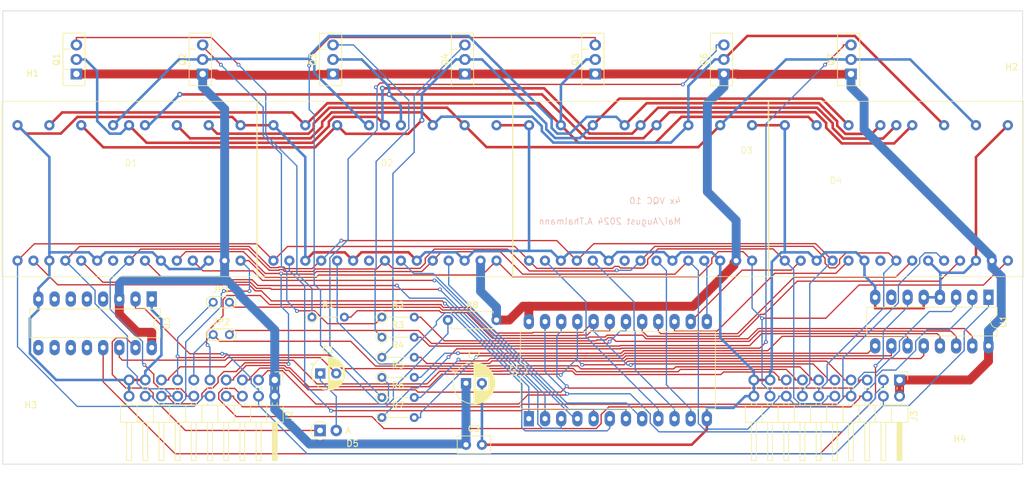
<source format=kicad_pcb>
(kicad_pcb (version 20241229) (generator "pcbnew") (generator_version "9.0")
  (layers (0 "F.Cu" signal) (2 "B.Cu" signal) (13 "F.Paste" user) (15 "B.Paste" user) (5 "F.SilkS" user "F.Silkscreen") (7 "B.SilkS" user "B.Silkscreen") (1 "F.Mask" user) (3 "B.Mask" user) (25 "Edge.Cuts" user))
  (net 0 "")
  (net 1 "/S5")
  (net 2 "Net-(U1-E2)")
  (net 3 "/Z2")
  (net 4 "/D4")
  (net 5 "/Z6")
  (net 6 "+5V")
  (net 7 "/D1")
  (net 8 "/D2")
  (net 9 "/Z4")
  (net 10 "/Z7")
  (net 11 "/Z1")
  (net 12 "/D5")
  (net 13 "/Z3")
  (net 14 "/D3")
  (net 15 "/Z5")
  (net 16 "/S7")
  (net 18 "Net-(D5-A)")
  (net 19 "/S6")
  (net 20 "/S4")
  (net 22 "/S10")
  (net 23 "/S11")
  (net 24 "/S9")
  (net 28 "/S8")
  (net 30 "/SD2")
  (net 31 "/S3")
  (net 32 "/SD6")
  (net 33 "/S1")
  (net 34 "Net-(J2-Pin_4)")
  (net 35 "/S0")
  (net 36 "/S2")
  (net 37 "/SD5")
  (net 38 "/SD3")
  (net 39 "Net-(J2-Pin_8)")
  (net 40 "Net-(J2-Pin_6)")
  (net 41 "/SD4")
  (net 42 "/SD0")
  (net 43 "/SD1")
  (net 44 "Net-(Q1-B)")
  (net 45 "Net-(Q2-B)")
  (net 46 "Net-(Q3-B)")
  (net 47 "Net-(Q4-B)")
  (net 48 "Net-(Q5-B)")
  (net 49 "Net-(Q6-B)")
  (net 50 "Net-(Q7-B)")
  (net 54 "/S12")
  (net 55 "/S13")
  (net 56 "/S14")
  (net 57 "/S15")
  (net 59 "Net-(U3A-Cext)")
  (net 62 "Net-(U1-~{Y0})")
  (net 63 "Net-(U1-~{Y1})")
  (net 64 "Net-(U1-~{Y2})")
  (net 65 "Net-(U1-~{Y3})")
  (net 66 "Net-(U1-~{Y4})")
  (net 67 "Net-(U1-~{Y5})")
  (net 68 "Net-(U1-~{Y6})")
  (net 70 "GND")
  (net 71 "Net-(D5-K)")
  (net 72 "Net-(JP1-B)")
  (net 73 "Net-(JP2-B)")
  (footprint "TestPoint:TestPoint_2Pads_Pitch2.54mm_Drill0.8mm" (layer "F.Cu") (at 100.784 71.043)
    (property "Reference" "JP2")
    (property "Value" "Jumper_2_Bridged")
  )
  (footprint "Package_TO_SOT_THT:TO-126-3_Vertical" (layer "F.Cu") (at 79.315 30.138 90)
    (property "Reference" "Q1")
    (property "Value" "BD140")
  )
  (footprint "Capacitor_THT:CP_Radial_D5.0mm_P2.50mm" (layer "F.Cu") (at 117.588 77.139)
    (property "Reference" "C1")
    (property "Value" "1µ")
  )
  (footprint "MountingHole:MountingHole_3.2mm_M3" (layer "F.Cu") (at 72.136 86.283)
    (property "Reference" "H3")
    (property "Value" "MountingHole")
  )
  (footprint "DDR-RFT:VQC10" (layer "F.Cu") (at 187.972 34.433)
    (property "Reference" "D4")
    (property "Value" "VQC 10")
  )
  (footprint "Package_DIP:DIP-16_W7.62mm_LongPads" (layer "F.Cu") (at 222.435 65.186 -90)
    (property "Reference" "U1")
    (property "Value" "74HCT138")
  )
  (footprint "Package_TO_SOT_THT:TO-126-3_Vertical" (layer "F.Cu") (at 200.86 30.143 90)
    (property "Reference" "Q7")
    (property "Value" "BD140")
  )
  (footprint "Package_DIP:DIP-16_W7.62mm_LongPads" (layer "F.Cu") (at 91.132 65.455 -90)
    (property "Reference" "U3")
    (property "Value" "74LS123")
  )
  (footprint "Resistor_THT:R_Axial_DIN0207_L6.3mm_D2.5mm_P7.62mm_Horizontal" (layer "F.Cu") (at 137.614 68.749)
    (property "Reference" "R8")
    (property "Value" "56k")
  )
  (footprint "TestPoint:TestPoint_2Pads_Pitch2.54mm_Drill0.8mm" (layer "F.Cu") (at 100.784 65.963)
    (property "Reference" "JP1")
    (property "Value" "Jumper_2_Bridged")
  )
  (footprint "MountingHole:MountingHole_3.2mm_M3" (layer "F.Cu") (at 223.012 86.36)
    (property "Reference" "H4")
    (property "Value" "MountingHole")
  )
  (footprint "DDR-RFT:VQC10" (layer "F.Cu") (at 107.734 34.433)
    (property "Reference" "D2")
    (property "Value" "VQC 10")
  )
  (footprint "Package_TO_SOT_THT:TO-126-3_Vertical" (layer "F.Cu") (at 140.275 30.143 90)
    (property "Reference" "Q4")
    (property "Value" "BD140")
  )
  (footprint "Connector_PinHeader_2.54mm:PinHeader_2x10_P2.54mm_Horizontal" (layer "F.Cu") (at 110.436 78.155 -90)
    (property "Reference" "J2")
    (property "Value" "Conn_02x10_Odd_Even")
  )
  (footprint "Resistor_THT:R_Axial_DIN0204_L3.6mm_D1.6mm_P5.08mm_Vertical" (layer "F.Cu") (at 127.25 74.599)
    (property "Reference" "R4")
    (property "Value" "R")
  )
  (footprint "Package_TO_SOT_THT:TO-126-3_Vertical" (layer "F.Cu") (at 180.915 30.138 90)
    (property "Reference" "Q6")
    (property "Value" "BD140")
  )
  (footprint "Capacitor_THT:C_Disc_D5.0mm_W2.5mm_P2.50mm" (layer "F.Cu") (at 140.448 88.315)
    (property "Reference" "C3")
    (property "Value" "C")
  )
  (footprint "MountingHole:MountingHole_3.2mm_M3" (layer "F.Cu") (at 223.012 25.4)
    (property "Reference" "H2")
    (property "Value" "MountingHole")
  )
  (footprint "Package_TO_SOT_THT:TO-126-3_Vertical" (layer "F.Cu") (at 119.58 30.143 90)
    (property "Reference" "Q3")
    (property "Value" "BD140")
  )
  (footprint "Package_TO_SOT_THT:TO-126-3_Vertical" (layer "F.Cu") (at 99.127 30.138 90)
    (property "Reference" "Q2")
    (property "Value" "BD140")
  )
  (footprint "Resistor_THT:R_Axial_DIN0204_L3.6mm_D1.6mm_P5.08mm_Vertical" (layer "F.Cu") (at 127.25 84.049)
    (property "Reference" "R7")
    (property "Value" "R")
  )
  (footprint "Package_DIP:DIP-24_W15.24mm_LongPads" (layer "F.Cu") (at 150.309 84.231 90)
    (property "Reference" "U2")
    (property "Value" "74LS154")
  )
  (footprint "MountingHole:MountingHole_3.2mm_M3" (layer "F.Cu") (at 72.136 25.4)
    (property "Reference" "H1")
    (property "Value" "MountingHole")
  )
  (footprint "Resistor_THT:R_Axial_DIN0204_L3.6mm_D1.6mm_P5.08mm_Vertical" (layer "F.Cu") (at 127.25 68.299)
    (property "Reference" "R2")
    (property "Value" "R")
  )
  (footprint "DDR-RFT:VQC10" (layer "F.Cu") (at 147.84 34.433)
    (property "Reference" "D3")
    (property "Value" "VQC 10")
  )
  (footprint "Resistor_THT:R_Axial_DIN0204_L3.6mm_D1.6mm_P5.08mm_Vertical" (layer "F.Cu") (at 127.25 80.899)
    (property "Reference" "R6")
    (property "Value" "R")
  )
  (footprint "Resistor_THT:R_Axial_DIN0204_L3.6mm_D1.6mm_P5.08mm_Vertical" (layer "F.Cu") (at 127.25 71.449)
    (property "Reference" "R3")
    (property "Value" "R")
  )
  (footprint "Package_TO_SOT_THT:TO-126-3_Vertical" (layer "F.Cu") (at 160.728 30.143 90)
    (property "Reference" "Q5")
    (property "Value" "BD140")
  )
  (footprint "Resistor_THT:R_Axial_DIN0204_L3.6mm_D1.6mm_P5.08mm_Vertical" (layer "F.Cu") (at 127.25 77.749)
    (property "Reference" "R5")
    (property "Value" "R")
  )
  (footprint "Resistor_THT:R_Axial_DIN0204_L3.6mm_D1.6mm_P5.08mm_Vertical" (layer "F.Cu") (at 116.278 68.301)
    (property "Reference" "R1")
    (property "Value" "R")
  )
  (footprint "Capacitor_THT:CP_Radial_D6.3mm_P2.50mm" (layer "F.Cu") (at 140.448 78.663)
    (property "Reference" "C2")
    (property "Value" "C_Polarized")
  )
  (footprint "DDR-RFT:VQC10" (layer "F.Cu") (at 67.576 34.433)
    (property "Reference" "D1")
    (property "Value" "VQC 10")
  )
  (footprint "Diode_THT:D_A-405_P2.54mm_Vertical_AnodeUp" (layer "F.Cu") (at 117.548 86.081)
    (property "Reference" "D5")
    (property "Value" "SAY40")
  )
  (footprint "Connector_PinHeader_2.54mm:PinHeader_2x10_P2.54mm_Horizontal" (layer "F.Cu") (at 208.48 78.155 -90)
    (property "Reference" "J3")
    (property "Value" "Conn_02x10_Odd_Even")
  )
  (gr_rect (start 67.764 20.243) (end 227.784 91.363) (stroke (width 0.1)) (fill no) (layer "Edge.Cuts"))
  (gr_text "4x VQC 10\n\nMai/August 2024 A.Thalmann" (at 174.244 53.848 -0) (layer "B.SilkS") (effects (font (size 1 1) (thickness 0.1)) (justify left bottom mirror)))
  (segment (start 137.1651 67.5959) (end 135.806 68.955) (width 0.2) (layer "B.Cu") (net 1))
  (segment (start 149.724 86.139) (end 149.2073 85.6223) (width 0.2) (layer "B.Cu") (net 1))
  (segment (start 129.6308 75.6451) (end 126.8693 75.6451) (width 0.2) (layer "B.Cu") (net 1))
  (segment (start 162.6027 86.139) (end 149.724 86.139) (width 0.2) (layer "B.Cu") (net 1))
  (segment (start 135.806 69.4699) (end 129.6308 75.6451) (width 0.2) (layer "B.Cu") (net 1))
  (segment (start 163.009 85.7327) (end 162.6027 86.139) (width 0.2) (layer "B.Cu") (net 1))
  (segment (start 149.2073 78.7814) (end 138.0218 67.5959) (width 0.2) (layer "B.Cu") (net 1))
  (segment (start 120.234 69.0098) (end 120.234 59.433) (width 0.2) (layer "B.Cu") (net 1))
  (segment (start 135.806 68.955) (end 135.806 69.4699) (width 0.2) (layer "B.Cu") (net 1))
  (segment (start 163.009 84.231) (end 163.009 85.7327) (width 0.2) (layer "B.Cu") (net 1))
  (segment (start 138.0218 67.5959) (end 137.1651 67.5959) (width 0.2) (layer "B.Cu") (net 1))
  (segment (start 149.2073 85.6223) (end 149.2073 78.7814) (width 0.2) (layer "B.Cu") (net 1))
  (segment (start 126.8693 75.6451) (end 120.234 69.0098) (width 0.2) (layer "B.Cu") (net 1))
  (segment (start 94.8053 89.7364) (end 195.9931 89.7364) (width 0.2) (layer "F.Cu") (net 2))
  (segment (start 83.512 78.4431) (end 94.8053 89.7364) (width 0.2) (layer "F.Cu") (net 2))
  (segment (start 195.9931 89.7364) (end 204.7084 81.0211) (width 0.2) (layer "F.Cu") (net 2))
  (segment (start 204.7084 81.0211) (end 204.7084 75.9274) (width 0.2) (layer "F.Cu") (net 2))
  (segment (start 83.512 73.075) (end 83.512 78.4431) (width 0.2) (layer "F.Cu") (net 2))
  (via (at 204.7084 75.9274) (size 0.6) (drill 0.3) (layers "F.Cu" "B.Cu") (net 2))
  (segment (start 209.735 66.6877) (end 205.925 70.4977) (width 0.2) (layer "B.Cu") (net 2))
  (segment (start 209.735 65.186) (end 209.735 66.6877) (width 0.2) (layer "B.Cu") (net 2))
  (segment (start 205.925 74.7108) (end 204.7084 75.9274) (width 0.2) (layer "B.Cu") (net 2))
  (segment (start 205.925 70.4977) (end 205.925 74.7108) (width 0.2) (layer "B.Cu") (net 2))
  (segment (start 165.34 38.183) (end 168.791 34.732) (width 0.4) (layer "F.Cu") (net 3))
  (segment (start 198.6957 38.2567) (end 199.9761 39.5371) (width 0.4) (layer "F.Cu") (net 3))
  (segment (start 199.9761 39.5371) (end 204.1179 39.5371) (width 0.4) (layer "F.Cu") (net 3))
  (segment (start 195.8465 34.732) (end 198.6957 37.5812) (width 0.4) (layer "F.Cu") (net 3))
  (segment (start 168.791 34.732) (end 195.8465 34.732) (width 0.4) (layer "F.Cu") (net 3))
  (segment (start 198.6957 37.5812) (end 198.6957 38.2567) (width 0.4) (layer "F.Cu") (net 3))
  (segment (start 204.1179 39.5371) (end 205.472 38.183) (width 0.4) (layer "F.Cu") (net 3))
  (segment (start 100.6209 27.7658) (end 100.5287 27.858) (width 0.4) (layer "B.Cu") (net 3))
  (segment (start 156.7779 39.4933) (end 154.764 39.4933) (width 0.4) (layer "B.Cu") (net 3))
  (segment (start 164.0216 36.8646) (end 159.4066 36.8646) (width 0.4) (layer "B.Cu") (net 3))
  (segment (start 124.8669 38.183) (end 116.6499 29.966) (width 0.4) (layer "B.Cu") (net 3))
  (segment (start 85.076 38.183) (end 95.401 27.858) (width 0.4) (layer "B.Cu") (net 3))
  (segment (start 118.9383 24.1848) (end 115.9124 27.2107) (width 0.4) (layer "B.Cu") (net 3))
  (segment (start 153.8888 37.215) (end 140.8586 24.1848) (width 0.4) (layer "B.Cu") (net 3))
  (segment (start 125.234 38.183) (end 124.8669 38.183) (width 0.4) (layer "B.Cu") (net 3))
  (segment (start 115.9124 27.7658) (end 100.6209 27.7658) (width 0.4) (layer "B.Cu") (net 3))
  (segment (start 165.34 38.183) (end 164.0216 36.8646) (width 0.4) (layer "B.Cu") (net 3))
  (segment (start 115.9124 27.2107) (end 115.9124 27.7658) (width 0.4) (layer "B.Cu") (net 3))
  (segment (start 159.4066 36.8646) (end 156.7779 39.4933) (width 0.4) (layer "B.Cu") (net 3))
  (segment (start 153.8888 38.6181) (end 153.8888 37.215) (width 0.4) (layer "B.Cu") (net 3))
  (segment (start 154.764 39.4933) (end 153.8888 38.6181) (width 0.4) (layer "B.Cu") (net 3))
  (segment (start 140.8586 24.1848) (end 118.9383 24.1848) (width 0.4) (layer "B.Cu") (net 3))
  (segment (start 116.6499 29.966) (end 116.6499 28.5033) (width 0.4) (layer "B.Cu") (net 3))
  (segment (start 95.401 27.858) (end 99.127 27.858) (width 0.4) (layer "B.Cu") (net 3))
  (segment (start 99.127 27.858) (end 100.5287 27.858) (width 0.4) (layer "B.Cu") (net 3))
  (segment (start 116.6499 28.5033) (end 115.9124 27.7658) (width 0.4) (layer "B.Cu") (net 3))
  (segment (start 95.076 59.433) (end 96.4915 58.0175) (width 0.2) (layer "F.Cu") (net 4))
  (segment (start 135.234 59.433) (end 133.5271 61.1399) (width 0.2) (layer "F.Cu") (net 4))
  (segment (start 116.582 61.5416) (end 111.5397 61.5416) (width 0.2) (layer "F.Cu") (net 4))
  (segment (start 112.4101 75.4682) (end 112.593 75.6511) (width 0.2) (layer "F.Cu") (net 4))
  (segment (start 133.5271 61.1399) (end 116.9837 61.1399) (width 0.2) (layer "F.Cu") (net 4))
  (segment (start 96.4915 58.0175) (end 105.5247 58.0175) (width 0.2) (layer "F.Cu") (net 4))
  (segment (start 173.2175 61.5555) (end 149.345 61.5555) (width 0.2) (layer "F.Cu") (net 4))
  (segment (start 102.4645 76.8354) (end 104.3697 76.8354) (width 0.2) (layer "F.Cu") (net 4))
  (segment (start 111.5397 61.5416) (end 111.4388 61.4407) (width 0.2) (layer "F.Cu") (net 4))
  (segment (start 149.345 61.5555) (end 145.8203 58.0308) (width 0.2) (layer "F.Cu") (net 4))
  (segment (start 99.8576 79.425) (end 100.6943 79.425) (width 0.2) (layer "F.Cu") (net 4))
  (segment (start 94.7357 81.8915) (end 98.217 81.8915) (width 0.2) (layer "F.Cu") (net 4))
  (segment (start 145.8203 58.0308) (end 136.6362 58.0308) (width 0.2) (layer "F.Cu") (net 4))
  (segment (start 116.9837 61.1399) (end 116.582 61.5416) (width 0.2) (layer "F.Cu") (net 4))
  (segment (start 104.3697 76.8354) (end 105.7369 75.4682) (width 0.2) (layer "F.Cu") (net 4))
  (segment (start 175.34 59.433) (end 173.2175 61.5555) (width 0.2) (layer "F.Cu") (net 4))
  (segment (start 101.546 77.7539) (end 102.4645 76.8354) (width 0.2) (layer "F.Cu") (net 4))
  (segment (start 105.7369 75.4682) (end 112.4101 75.4682) (width 0.2) (layer "F.Cu") (net 4))
  (segment (start 93.8077 80.695) (end 93.8077 80.9635) (width 0.2) (layer "F.Cu") (net 4))
  (segment (start 108.9479 61.4407) (end 111.4388 61.4407) (width 0.2) (layer "F.Cu") (net 4))
  (segment (start 99.006 80.2766) (end 99.8576 79.425) (width 0.2) (layer "F.Cu") (net 4))
  (segment (start 105.5247 58.0175) (end 108.9479 61.4407) (width 0.2) (layer "F.Cu") (net 4))
  (segment (start 98.217 81.8915) (end 99.006 81.1025) (width 0.2) (layer "F.Cu") (net 4))
  (segment (start 92.656 80.695) (end 93.8077 80.695) (width 0.2) (layer "F.Cu") (net 4))
  (segment (start 93.8077 80.9635) (end 94.7357 81.8915) (width 0.2) (layer "F.Cu") (net 4))
  (segment (start 99.006 81.1025) (end 99.006 80.2766) (width 0.2) (layer "F.Cu") (net 4))
  (segment (start 100.6943 79.425) (end 101.546 78.5733) (width 0.2) (layer "F.Cu") (net 4))
  (segment (start 136.6362 58.0308) (end 135.234 59.433) (width 0.2) (layer "F.Cu") (net 4))
  (segment (start 101.546 78.5733) (end 101.546 77.7539) (width 0.2) (layer "F.Cu") (net 4))
  (via (at 112.593 75.6511) (size 0.6) (drill 0.3) (layers "F.Cu" "B.Cu") (net 4))
  (via (at 111.4388 61.4407) (size 0.6) (drill 0.3) (layers "F.Cu" "B.Cu") (net 4))
  (segment (start 199.59 74.7491) (end 199.59 81.0778) (width 0.2) (layer "B.Cu") (net 4))
  (segment (start 184.6469 85.8649) (end 189.5483 80.9635) (width 0.2) (layer "B.Cu") (net 4))
  (segment (start 176.9083 61.0013) (end 176.9083 84.9946) (width 0.2) (layer "B.Cu") (net 4))
  (segment (start 208.2967 66.0424) (end 199.59 74.7491) (width 0.2) (layer "B.Cu") (net 4))
  (segment (start 175.34 59.433) (end 176.9083 61.0013) (width 0.2) (layer "B.Cu") (net 4))
  (segment (start 112.593 67.7863) (end 111.4389 66.6322) (width 0.2) (layer "B.Cu") (net 4))
  (segment (start 211.6514 58.9994) (end 211.6514 59.8793) (width 0.2) (layer "B.Cu") (net 4))
  (segment (start 199.59 81.0778) (end 198.3545 82.3133) (width 0.2) (layer "B.Cu") (net 4))
  (segment (start 211.6514 59.8793) (end 208.2967 63.234) (width 0.2) (layer "B.Cu") (net 4))
  (segment (start 177.7786 85.8649) (end 184.6469 85.8649) (width 0.2) (layer "B.Cu") (net 4))
  (segment (start 215.472 59.433) (end 214.2521 58.2131) (width 0.2) (layer "B.Cu") (net 4))
  (segment (start 111.4389 61.4407) (end 111.4388 61.4407) (width 0.2) (layer "B.Cu") (net 4))
  (segment (start 198.3545 82.3133) (end 192.3183 82.3133) (width 0.2) (layer "B.Cu") (net 4))
  (segment (start 212.4377 58.2131) (end 211.6514 58.9994) (width 0.2) (layer "B.Cu") (net 4))
  (segment (start 208.2967 63.234) (end 208.2967 66.0424) (width 0.2) (layer "B.Cu") (net 4))
  (segment (start 112.593 75.6511) (end 112.593 67.7863) (width 0.2) (layer "B.Cu") (net 4))
  (segment (start 190.7 80.695) (end 189.5483 80.695) (width 0.2) (layer "B.Cu") (net 4))
  (segment (start 111.4389 66.6322) (end 111.4389 61.4407) (width 0.2) (layer "B.Cu") (net 4))
  (segment (start 189.5483 80.9635) (end 189.5483 80.695) (width 0.2) (layer "B.Cu") (net 4))
  (segment (start 176.9083 84.9946) (end 177.7786 85.8649) (width 0.2) (layer "B.Cu") (net 4))
  (segment (start 192.3183 82.3133) (end 190.7 80.695) (width 0.2) (layer "B.Cu") (net 4))
  (segment (start 214.2521 58.2131) (end 212.4377 58.2131) (width 0.2) (layer "B.Cu") (net 4))
  (segment (start 119.3673 36.1669) (end 117.882 37.6522) (width 0.4) (layer "F.Cu") (net 5))
  (segment (start 201.4608 24.1718) (end 215.472 38.183) (width 0.4) (layer "F.Cu") (net 5))
  (segment (start 117.882 38.3913) (end 116.0367 40.2366) (width 0.4) (layer "F.Cu") (net 5))
  (segment (start 116.0367 40.2366) (end 97.1296 40.2366) (width 0.4) (layer "F.Cu") (net 5))
  (segment (start 180.915 27.858) (end 184.6012 24.1718) (width 0.4) (layer "F.Cu") (net 5))
  (segment (start 184.6012 24.1718) (end 201.4608 24.1718) (width 0.4) (layer "F.Cu") (net 5))
  (segment (start 97.1296 40.2366) (end 95.076 38.183) (width 0.4) (layer "F.Cu") (net 5))
  (segment (start 133.5709 36.1669) (end 119.3673 36.1669) (width 0.4) (layer "F.Cu") (net 5))
  (segment (start 117.882 37.6522) (end 117.882 38.3913) (width 0.4) (layer "F.Cu") (net 5))
  (segment (start 135.234 37.83) (end 133.5709 36.1669) (width 0.4) (layer "F.Cu") (net 5))
  (segment (start 135.234 38.183) (end 135.234 37.83) (width 0.4) (layer "F.Cu") (net 5))
  (segment (start 136.5752 36.8418) (end 150.849 36.8418) (width 0.4) (layer "B.Cu") (net 5))
  (segment (start 152.3436 38.3364) (end 152.3436 39.1052) (width 0.4) (layer "B.Cu") (net 5))
  (segment (start 172.6161 40.9069) (end 175.34 38.183) (width 0.4) (layer "B.Cu") (net 5))
  (segment (start 180.915 27.858) (end 179.5133 27.858) (width 0.4) (layer "B.Cu") (net 5))
  (segment (start 154.1453 40.9069) (end 172.6161 40.9069) (width 0.4) (layer "B.Cu") (net 5))
  (segment (start 135.234 38.183) (end 136.5752 36.8418) (width 0.4) (layer "B.Cu") (net 5))
  (segment (start 150.849 36.8418) (end 152.3436 38.3364) (width 0.4) (layer "B.Cu") (net 5))
  (segment (start 175.34 38.183) (end 175.34 32.0313) (width 0.4) (layer "B.Cu") (net 5))
  (segment (start 152.3436 39.1052) (end 154.1453 40.9069) (width 0.4) (layer "B.Cu") (net 5))
  (segment (start 175.34 32.0313) (end 179.5133 27.858) (width 0.4) (layer "B.Cu") (net 5))
  (segment (start 119.58 30.143) (end 121.6817 30.143) (width 1.4) (layer "F.Cu") (net 6))
  (segment (start 88.8686 70.6733) (end 86.052 67.8567) (width 1.4) (layer "F.Cu") (net 6))
  (segment (start 222.435 75.2077) (end 219.4877 78.155) (width 1.4) (layer "F.Cu") (net 6))
  (segment (start 99.127 30.138) (end 101.2287 30.138) (width 1.4) (layer "F.Cu") (net 6))
  (segment (start 222.435 72.806) (end 222.435 75.2077) (width 1.4) (layer "F.Cu") (net 6))
  (segment (start 182.4964 59.7765) (end 182.4964 60.1735) (width 1.4) (layer "F.Cu") (net 6))
  (segment (start 79.315 30.138) (end 81.4167 30.138) (width 1.4) (layer "F.Cu") (net 6))
  (segment (start 198.7081 30.1932) (end 198.7583 30.143) (width 1.4) (layer "F.Cu") (net 6))
  (segment (start 138.1733 30.143) (end 121.6817 30.143) (width 1.4) (layer "F.Cu") (net 6))
  (segment (start 147.2357 68.749) (end 149.3954 66.5893) (width 1.4) (layer "F.Cu") (net 6))
  (segment (start 149.3954 66.5893) (end 150.309 66.5893) (width 1.4) (layer "F.Cu") (net 6))
  (segment (start 117.2842 30.3371) (end 117.4783 30.143) (width 1.4) (layer "F.Cu") (net 6))
  (segment (start 176.0806 66.5893) (end 150.309 66.5893) (width 1.4) (layer "F.Cu") (net 6))
  (segment (start 101.2287 30.138) (end 101.4278 30.3371) (width 1.4) (layer "F.Cu") (net 6))
  (segment (start 200.86 30.143) (end 198.7583 30.143) (width 1.4) (layer "F.Cu") (net 6))
  (segment (start 91.132 70.6733) (end 88.8686 70.6733) (width 1.4) (layer "F.Cu") (net 6))
  (segment (start 162.8347 30.138) (end 162.8297 30.143) (width 1.4) (layer "F.Cu") (net 6))
  (segment (start 140.275 30.143) (end 138.1733 30.143) (width 1.4) (layer "F.Cu") (net 6))
  (segment (start 91.132 73.075) (end 91.132 70.6733) (width 1.4) (layer "F.Cu") (net 6))
  (segment (start 119.58 30.143) (end 117.4783 30.143) (width 1.4) (layer "F.Cu") (net 6))
  (segment (start 140.275 30.143) (end 158.6263 30.143) (width 1.4) (layer "F.Cu") (net 6))
  (segment (start 208.48 80.695) (end 208.48 78.6433) (width 1.4) (layer "F.Cu") (net 6))
  (segment (start 208.48 78.155) (end 208.48 78.6433) (width 1.4) (layer "F.Cu") (net 6))
  (segment (start 183.0167 30.138) (end 183.0719 30.1932) (width 1.4) (layer "F.Cu") (net 6))
  (segment (start 182.84 59.433) (end 182.4965 59.7765) (width 1.4) (layer "F.Cu") (net 6))
  (segment (start 180.915 30.138) (end 183.0167 30.138) (width 1.4) (layer "F.Cu") (net 6))
  (segment (start 160.728 30.143) (end 158.6263 30.143) (width 1.4) (layer "F.Cu") (net 6))
  (segment (start 219.4877 78.155) (end 208.48 78.155) (width 1.4) (layer "F.Cu") (net 6))
  (segment (start 81.4167 30.138) (end 99.127 30.138) (width 1.4) (layer "F.Cu") (net 6))
  (segment (start 86.052 65.455) (end 86.052 67.8567) (width 1.4) (layer "F.Cu") (net 6))
  (segment (start 182.4965 59.7765) (end 182.4964 59.7765) (width 1.4) (layer "F.Cu") (net 6))
  (segment (start 183.0719 30.1932) (end 198.7081 30.1932) (width 1.4) (layer "F.Cu") (net 6))
  (segment (start 182.4964 60.1735) (end 176.0806 66.5893) (width 1.4) (layer "F.Cu") (net 6))
  (segment (start 101.4278 30.3371) (end 117.2842 30.3371) (width 1.4) (layer "F.Cu") (net 6))
  (segment (start 178.8133 30.138) (end 162.8347 30.138) (width 1.4) (layer "F.Cu") (net 6))
  (segment (start 180.915 30.138) (end 178.8133 30.138) (width 1.4) (layer "F.Cu") (net 6))
  (segment (start 145.234 68.749) (end 147.2357 68.749) (width 1.4) (layer "F.Cu") (net 6))
  (segment (start 160.728 30.143) (end 162.8297 30.143) (width 1.4) (layer "F.Cu") (net 6))
  (segment (start 150.309 68.991) (end 150.309 66.5893) (width 1.4) (layer "F.Cu") (net 6))
  (segment (start 140.448 78.663) (end 140.448 88.196) (width 1.4) (layer "B.Cu") (net 6))
  (segment (start 182.84 59.433) (end 182.84 53.1276) (width 1.4) (layer "B.Cu") (net 6))
  (segment (start 110.436 78.155) (end 110.436 80.695) (width 1.4) (layer "B.Cu") (net 6))
  (segment (start 142.734 64.2473) (end 142.734 59.433) (width 1.4) (layer "B.Cu") (net 6))
  (segment (start 102.576 62.5255) (end 102.576 59.433) (width 1.4) (layer "B.Cu") (net 6))
  (segment (start 110.436 70.316) (end 110.436 78.155) (width 1.4) (layer "B.Cu") (net 6))
  (segment (start 86.052 65.455) (end 86.052 63.0533) (width 1.4) (layer "B.Cu") (net 6))
  (segment (start 140.448 88.196) (end 115.8853 88.196) (width 1.4) (layer "B.Cu") (net 6))
  (segment (start 202.9167 34.2564) (end 202.9167 38.8577) (width 1.4) (layer "B.Cu") (net 6))
  (segment (start 145.234 68.749) (end 145.234 66.7473) (width 1.4) (layer "B.Cu") (net 6))
  (segment (start 224.4367 61.9169) (end 222.972 60.4522) (width 1.4) (layer "B.Cu") (net 6))
  (segment (start 104.9685 64.5512) (end 104.9685 64.8485) (width 1.4) (layer "B.Cu") (net 6))
  (segment (start 99.127 30.138) (end 99.127 32.1947) (width 1.4) (layer "B.Cu") (net 6))
  (segment (start 110.436 80.695) (end 110.436 82.7467) (width 1.4) (layer "B.Cu") (net 6))
  (segment (start 99.127 32.1947) (end 99.127 32.1968) (width 1.4) (layer "B.Cu") (net 6))
  (segment (start 222.435 70.4043) (end 224.4367 68.4026) (width 1.4) (layer "B.Cu") (net 6))
  (segment (start 224.4367 68.4026) (end 224.4367 61.9169) (width 1.4) (layer "B.Cu") (net 6))
  (segment (start 86.5798 62.5255) (end 102.576 62.5255) (width 1.4) (layer "B.Cu") (net 6))
  (segment (start 86.052 63.0533) (end 86.5798 62.5255) (width 1.4) (layer "B.Cu") (net 6))
  (segment (start 99.127 32.1968) (end 102.576 35.6458) (width 1.4) (layer "B.Cu") (net 6))
  (segment (start 178.3205 34.7892) (end 180.915 32.1947) (width 1.4) (layer "B.Cu") (net 6))
  (segment (start 222.972 60.4522) (end 222.972 59.433) (width 1.4) (layer "B.Cu") (net 6))
  (segment (start 102.576 62.5255) (end 102.9428 62.5255) (width 1.4) (layer "B.Cu") (net 6))
  (segment (start 102.9428 62.5255) (end 104.9685 64.5512) (width 1.4) (layer "B.Cu") (net 6))
  (segment (start 104.9685 64.8485) (end 110.436 70.316) (width 1.4) (layer "B.Cu") (net 6))
  (segment (start 182.84 53.1276) (end 178.3205 48.6081) (width 1.4) (layer "B.Cu") (net 6))
  (segment (start 180.915 30.138) (end 180.915 32.1947) (width 1.4) (layer "B.Cu") (net 6))
  (segment (start 145.234 66.7473) (end 142.734 64.2473) (width 1.4) (layer "B.Cu") (net 6))
  (segment (start 222.435 72.806) (end 222.435 70.4043) (width 1.4) (layer "B.Cu") (net 6))
  (segment (start 102.576 35.6458) (end 102.576 59.433) (width 1.4) (layer "B.Cu") (net 6))
  (segment (start 202.9167 38.8577) (end 222.972 58.913) (width 1.4) (layer "B.Cu") (net 6))
  (segment (start 178.3205 48.6081) (end 178.3205 34.7892) (width 1.4) (layer "B.Cu") (net 6))
  (segment (start 222.972 58.913) (end 222.972 59.433) (width 1.4) (layer "B.Cu") (net 6))
  (segment (start 200.86 32.1997) (end 202.9167 34.2564) (width 1.4) (layer "B.Cu") (net 6))
  (segment (start 140.448 88.196) (end 140.448 88.315) (width 1.4) (layer "B.Cu") (net 6))
  (segment (start 115.8853 88.196) (end 110.436 82.7467) (width 1.4) (layer "B.Cu") (net 6))
  (segment (start 200.86 30.143) (end 200.86 32.1997) (width 1.4) (layer "B.Cu") (net 6))
  (segment (start 72.7168 56.7922) (end 70.076 59.433) (width 0.2) (layer "F.Cu") (net 7))
  (segment (start 168.3097 60.5994) (end 168.9485 59.9606) (width 0.2) (layer "F.Cu") (net 7))
  (segment (start 163.7576 60.335) (end 164.4321 60.335) (width 0.2) (layer "F.Cu") (net 7))
  (segment (start 112.458 57.209) (end 110.234 59.433) (width 0.2) (layer "F.Cu") (net 7))
  (segment (start 150.34 59.433) (end 148.116 57.209) (width 0.2) (layer "F.Cu") (net 7))
  (segment (start 107.5932 56.7922) (end 72.7168 56.7922) (width 0.2) (layer "F.Cu") (net 7))
  (segment (start 148.116 57.209) (end 112.458 57.209) (width 0.2) (layer "F.Cu") (net 7))
  (segment (start 163.4473 60.6453) (end 163.7576 60.335) (width 0.2) (layer "F.Cu") (net 7))
  (segment (start 188.6286 57.5896) (end 190.472 59.433) (width 0.2) (layer "F.Cu") (net 7))
  (segment (start 110.234 59.433) (end 107.5932 56.7922) (width 0.2) (layer "F.Cu") (net 7))
  (segment (start 168.9485 59.2191) (end 170.578 57.5896) (width 0.2) (layer "F.Cu") (net 7))
  (segment (start 150.34 59.433) (end 151.5523 60.6453) (width 0.2) (layer "F.Cu") (net 7))
  (segment (start 164.6965 60.5994) (end 168.3097 60.5994) (width 0.2) (layer "F.Cu") (net 7))
  (segment (start 170.578 57.5896) (end 188.6286 57.5896) (width 0.2) (layer "F.Cu") (net 7))
  (segment (start 168.9485 59.9606) (end 168.9485 59.2191) (width 0.2) (layer "F.Cu") (net 7))
  (segment (start 164.4321 60.335) (end 164.6965 60.5994) (width 0.2) (layer "F.Cu") (net 7))
  (segment (start 151.5523 60.6453) (end 163.4473 60.6453) (width 0.2) (layer "F.Cu") (net 7))
  (segment (start 191.8718 80.9604) (end 191.8718 60.8328) (width 0.2) (layer "B.Cu") (net 7))
  (segment (start 197.1683 80.9829) (end 196.28 81.8712) (width 0.2) (layer "B.Cu") (net 7))
  (segment (start 99.1243 80.9635) (end 99.1243 80.695) (width 0.2) (layer "B.Cu") (net 7))
  (segment (start 97.7783 82.3095) (end 99.1243 80.9635) (width 0.2) (layer "B.Cu") (net 7))
  (segment (start 70.076 59.433) (end 70.076 72.9438) (width 0.2) (layer "B.Cu") (net 7))
  (segment (start 192.7826 81.8712) (end 191.8718 80.9604) (width 0.2) (layer "B.Cu") (net 7))
  (segment (start 70.076 72.9438) (end 79.4417 82.3095) (width 0.2) (layer "B.Cu") (net 7))
  (segment (start 100.276 80.695) (end 99.1243 80.695) (width 0.2) (layer "B.Cu") (net 7))
  (segment (start 197.1683 80.695) (end 197.1683 80.9829) (width 0.2) (layer "B.Cu") (net 7))
  (segment (start 191.8718 60.8328) (end 190.472 59.433) (width 0.2) (layer "B.Cu") (net 7))
  (segment (start 79.4417 82.3095) (end 97.7783 82.3095) (width 0.2) (layer "B.Cu") (net 7))
  (segment (start 198.32 80.695) (end 197.1683 80.695) (width 0.2) (layer "B.Cu") (net 7))
  (segment (start 196.28 81.8712) (end 192.7826 81.8712) (width 0.2) (layer "B.Cu") (net 7))
  (segment (start 164.0949 60.9537) (end 163.9989 61.0497) (width 0.2) (layer "F.Cu") (net 8))
  (segment (start 109.5472 60.9381) (end 106.2221 57.613) (width 0.2) (layer "F.Cu") (net 8))
  (segment (start 128.949 60.648) (end 127.734 59.433) (width 0.2) (layer "F.Cu") (net 8))
  (segment (start 92.408 79.5433) (end 91.4567 78.592) (width 0.2) (layer "F.Cu") (net 8))
  (segment (start 196.7927 59.8593) (end 196.7927 59.0532) (width 0.2) (layer "F.Cu") (net 8))
  (segment (start 198.3932 60.5704) (end 197.5038 60.5704) (width 0.2) (layer "F.Cu") (net 8))
  (segment (start 111.0906 60.9381) (end 109.5472 60.9381) (width 0.2) (layer "F.Cu") (net 8))
  (segment (start 197.5038 60.5704) (end 196.7927 59.8593) (width 0.2) (layer "F.Cu") (net 8))
  (segment (start 134.0547 59.8264) (end 133.2331 60.648) (width 0.2) (layer "F.Cu") (net 8))
  (segment (start 116.4278 61.1278) (end 111.9776 61.1278) (width 0.2) (layer "F.Cu") (net 8))
  (segment (start 127.734 59.433) (end 126.4288 60.7382) (width 0.2) (layer "F.Cu") (net 8))
  (segment (start 135.4857 57.6199) (end 134.0547 59.0509) (width 0.2) (layer "F.Cu") (net 8))
  (segment (start 111.9776 61.1278) (end 111.6884 60.8386) (width 0.2) (layer "F.Cu") (net 8))
  (segment (start 150.3977 61.0497) (end 146.9679 57.6199) (width 0.2) (layer "F.Cu") (net 8))
  (segment (start 163.9989 61.0497) (end 150.3977 61.0497) (width 0.2) (layer "F.Cu") (net 8))
  (segment (start 206.7609 58.2219) (end 200.0589 58.2219) (width 0.2) (layer "F.Cu") (net 8))
  (segment (start 89.396 57.613) (end 87.576 59.433) (width 0.2) (layer "F.Cu") (net 8))
  (segment (start 96.5843 80.695) (end 96.5843 80.407) (width 0.2) (layer "F.Cu") (net 8))
  (segment (start 170.0852 57.1878) (end 167.84 59.433) (width 0.2) (layer "F.Cu") (net 8))
  (segment (start 106.2221 57.613) (end 89.396 57.613) (width 0.2) (layer "F.Cu") (net 8))
  (segment (start 116.8174 60.7382) (end 116.4278 61.1278) (width 0.2) (layer "F.Cu") (net 8))
  (segment (start 200.0589 58.2219) (end 199.0737 59.2071) (width 0.2) (layer "F.Cu") (net 8))
  (segment (start 91.4567 77.2654) (end 89.9799 75.7886) (width 0.2) (layer "F.Cu") (net 8))
  (segment (start 134.0547 59.0509) (end 134.0547 59.8264) (width 0.2) (layer "F.Cu") (net 8))
  (segment (start 91.4567 78.592) (end 91.4567 77.2654) (width 0.2) (layer "F.Cu") (net 8))
  (segment (start 199.0737 59.2071) (end 199.0737 59.8899) (width 0.2) (layer "F.Cu") (net 8))
  (segment (start 146.9679 57.6199) (end 135.4857 57.6199) (width 0.2) (layer "F.Cu") (net 8))
  (segment (start 194.9273 57.1878) (end 170.0852 57.1878) (width 0.2) (layer "F.Cu") (net 8))
  (segment (start 111.1901 60.8386) (end 111.0906 60.9381) (width 0.2) (layer "F.Cu") (net 8))
  (segment (start 95.7206 79.5433) (end 92.408 79.5433) (width 0.2) (layer "F.Cu") (net 8))
  (segment (start 97.736 80.695) (end 96.5843 80.695) (width 0.2) (layer "F.Cu") (net 8))
  (segment (start 111.6884 60.8386) (end 111.1901 60.8386) (width 0.2) (layer "F.Cu") (net 8))
  (segment (start 207.972 59.433) (end 206.7609 58.2219) (width 0.2) (layer "F.Cu") (net 8))
  (segment (start 96.5843 80.407) (end 95.7206 79.5433) (width 0.2) (layer "F.Cu") (net 8))
  (segment (start 196.7927 59.0532) (end 194.9273 57.1878) (width 0.2) (layer "F.Cu") (net 8))
  (segment (start 133.2331 60.648) (end 128.949 60.648) (width 0.2) (layer "F.Cu") (net 8))
  (segment (start 199.0737 59.8899) (end 198.3932 60.5704) (width 0.2) (layer "F.Cu") (net 8))
  (segment (start 126.4288 60.7382) (end 116.8174 60.7382) (width 0.2) (layer "F.Cu") (net 8))
  (via (at 164.0949 60.9537) (size 0.6) (drill 0.3) (layers "F.Cu" "B.Cu") (net 8))
  (via (at 89.9799 75.7886) (size 0.6) (drill 0.3) (layers "F.Cu" "B.Cu") (net 8))
  (segment (start 84.6137 62.3953) (end 84.6137 67.0642) (width 0.2) (layer "B.Cu") (net 8))
  (segment (start 89.6937 75.5024) (end 89.9799 75.7886) (width 0.2) (layer "B.Cu") (net 8))
  (segment (start 84.6137 67.0642) (end 89.6937 72.1442) (width 0.2) (layer "B.Cu") (net 8))
  (segment (start 167.84 59.433) (end 166.3193 60.9537) (width 0.2) (layer "B.Cu") (net 8))
  (segment (start 197.11 75.7274) (end 197.11 78.4818) (width 0.2) (layer "B.Cu") (net 8))
  (segment (start 196.0485 79.5433) (end 195.78 79.5433) (width 0.2) (layer "B.Cu") (net 8))
  (segment (start 89.6937 72.1442) (end 89.6937 75.5024) (width 0.2) (layer "B.Cu") (net 8))
  (segment (start 207.972 59.433) (end 205.9957 61.4093) (width 0.2) (layer "B.Cu") (net 8))
  (segment (start 195.78 80.695) (end 195.78 79.5433) (width 0.2) (layer "B.Cu") (net 8))
  (segment (start 205.9957 61.4093) (end 205.9957 66.8417) (width 0.2) (layer "B.Cu") (net 8))
  (segment (start 87.576 59.433) (end 84.6137 62.3953) (width 0.2) (layer "B.Cu") (net 8))
  (segment (start 205.9957 66.8417) (end 197.11 75.7274) (width 0.2) (layer "B.Cu") (net 8))
  (segment (start 197.11 78.4818) (end 196.0485 79.5433) (width 0.2) (layer "B.Cu") (net 8))
  (segment (start 166.3193 60.9537) (end 164.0949 60.9537) (width 0.2) (layer "B.Cu") (net 8))
  (segment (start 131.3965 39.5241) (end 133.5247 37.3959) (width 0.4) (layer "F.Cu") (net 9))
  (segment (start 121.5751 39.5241) (end 131.3965 39.5241) (width 0.4) (layer "F.Cu") (net 9))
  (segment (start 164.5125 34.0105) (end 196.2995 34.0105) (width 0.4) (layer "F.Cu") (net 9))
  (segment (start 80.076 38.183) (end 83.5459 41.6529) (width 0.4) (layer "F.Cu") (net 9))
  (segment (start 83.5459 41.6529) (end 116.7641 41.6529) (width 0.4) (layer "F.Cu") (net 9))
  (segment (start 196.2995 34.0105) (end 200.472 38.183) (width 0.4) (layer "F.Cu") (net 9))
  (segment (start 116.7641 41.6529) (end 120.234 38.183) (width 0.4) (layer "F.Cu") (net 9))
  (segment (start 160.34 38.183) (end 164.5125 34.0105) (width 0.4) (layer "F.Cu") (net 9))
  (segment (start 120.234 38.183) (end 121.5751 39.5241) (width 0.4) (layer "F.Cu") (net 9))
  (via (at 133.5247 37.3959) (size 0.8) (drill 0.4) (layers "F.Cu" "B.Cu") (net 9))
  (segment (start 133.5247 33.2116) (end 138.8733 27.863) (width 0.4) (layer "B.Cu") (net 9))
  (segment (start 153.0453 38.8126) (end 154.4364 40.2037) (width 0.4) (layer "B.Cu") (net 9))
  (segment (start 142.966 27.863) (end 153.0453 37.9423) (width 0.4) (layer "B.Cu") (net 9))
  (segment (start 140.6819 27.863) (end 140.275 27.863) (width 0.4) (layer "B.Cu") (net 9))
  (segment (start 140.275 27.863) (end 138.8733 27.863) (width 0.4) (layer "B.Cu") (net 9))
  (segment (start 133.5247 37.3959) (end 133.5247 33.2116) (width 0.4) (layer "B.Cu") (net 9))
  (segment (start 153.0453 37.9423) (end 153.0453 38.8126) (width 0.4) (layer "B.Cu") (net 9))
  (segment (start 154.4364 40.2037) (end 158.3193 40.2037) (width 0.4) (layer "B.Cu") (net 9))
  (segment (start 141.6767 27.863) (end 142.966 27.863) (width 0.4) (layer "B.Cu") (net 9))
  (segment (start 158.3193 40.2037) (end 160.34 38.183) (width 0.4) (layer "B.Cu") (net 9))
  (segment (start 140.6819 27.863) (end 141.6767 27.863) (width 0.4) (layer "B.Cu") (net 9))
  (segment (start 116.5576 38.7003) (end 116.5576 37.8949) (width 0.4) (layer "F.Cu") (net 10))
  (segment (start 115.7481 39.5098) (end 116.5576 38.7003) (width 0.4) (layer "F.Cu") (net 10))
  (segment (start 119.0151 35.4374) (end 137.4884 35.4374) (width 0.4) (layer "F.Cu") (net 10))
  (segment (start 176.8999 41.6231) (end 180.34 38.183) (width 0.4) (layer "F.Cu") (net 10))
  (segment (start 143.6741 41.6231) (end 176.8999 41.6231) (width 0.4) (layer "F.Cu") (net 10))
  (segment (start 137.4884 35.4374) (end 140.234 38.183) (width 0.4) (layer "F.Cu") (net 10))
  (segment (start 140.234 38.183) (end 143.6741 41.6231) (width 0.4) (layer "F.Cu") (net 10))
  (segment (start 100.076 38.183) (end 101.4028 39.5098) (width 0.4) (layer "F.Cu") (net 10))
  (segment (start 116.5576 37.8949) (end 119.0151 35.4374) (width 0.4) (layer "F.Cu") (net 10))
  (segment (start 101.4028 39.5098) (end 115.7481 39.5098) (width 0.4) (layer "F.Cu") (net 10))
  (segment (start 210.152 27.863) (end 220.472 38.183) (width 0.4) (layer "B.Cu") (net 10))
  (segment (start 180.34 38.183) (end 190.66 27.863) (width 0.4) (layer "B.Cu") (net 10))
  (segment (start 200.86 27.863) (end 210.152 27.863) (width 0.4) (layer "B.Cu") (net 10))
  (segment (start 190.66 27.863) (end 200.86 27.863) (width 0.4) (layer "B.Cu") (net 10))
  (segment (start 118.9323 37.6201) (end 118.9323 38.3333) (width 0.4) (layer "F.Cu") (net 11))
  (segment (start 197.994 38.616) (end 199.6536 40.2756) (width 0.4) (layer "F.Cu") (net 11))
  (segment (start 118.9323 38.3333) (end 116.3254 40.9402) (width 0.4) (layer "F.Cu") (net 11))
  (segment (start 197.994 37.8718) (end 197.994 38.616) (width 0.4) (layer "F.Cu") (net 11))
  (segment (start 205.8794 40.2756) (end 207.972 38.183) (width 0.4) (layer "F.Cu") (net 11))
  (segment (start 127.734 38.183) (end 126.4267 36.8757) (width 0.4) (layer "F.Cu") (net 11))
  (segment (start 170.5878 35.4352) (end 195.5574 35.4352) (width 0.4) (layer "F.Cu") (net 11))
  (segment (start 152.7061 32.3899) (end 127.3335 32.3899) (width 0.4) (layer "F.Cu") (net 11))
  (segment (start 167.84 38.183) (end 170.5878 35.4352) (width 0.4) (layer "F.Cu") (net 11))
  (segment (start 195.5574 35.4352) (end 197.994 37.8718) (width 0.4) (layer "F.Cu") (net 11))
  (segment (start 159.8168 39.5006) (end 152.7061 32.3899) (width 0.4) (layer "F.Cu") (net 11))
  (segment (start 199.6536 40.2756) (end 205.8794 40.2756) (width 0.4) (layer "F.Cu") (net 11))
  (segment (start 90.3332 40.9402) (end 87.576 38.183) (width 0.4) (layer "F.Cu") (net 11))
  (segment (start 166.5224 39.5006) (end 159.8168 39.5006) (width 0.4) (layer "F.Cu") (net 11))
  (segment (start 167.84 38.183) (end 166.5224 39.5006) (width 0.4) (layer "F.Cu") (net 11))
  (segment (start 119.6767 36.8757) (end 118.9323 37.6201) (width 0.4) (layer "F.Cu") (net 11))
  (segment (start 116.3254 40.9402) (end 90.3332 40.9402) (width 0.4) (layer "F.Cu") (net 11))
  (segment (start 126.4267 36.8757) (end 119.6767 36.8757) (width 0.4) (layer "F.Cu") (net 11))
  (via (at 127.3335 32.3899) (size 0.8) (drill 0.4) (layers "F.Cu" "B.Cu") (net 11))
  (segment (start 86.2558 39.5032) (end 84.5528 39.5032) (width 0.4) (layer "B.Cu") (net 11))
  (segment (start 84.5528 39.5032) (end 82.5761 37.5265) (width 0.4) (layer "B.Cu") (net 11))
  (segment (start 82.5761 37.5265) (end 82.5761 29.7174) (width 0.4) (layer "B.Cu") (net 11))
  (segment (start 82.5761 29.7174) (end 80.7167 27.858) (width 0.4) (layer "B.Cu") (net 11))
  (segment (start 127.3335 37.7825) (end 127.3335 32.3899) (width 0.4) (layer "B.Cu") (net 11))
  (segment (start 127.734 38.183) (end 127.3335 37.7825) (width 0.4) (layer "B.Cu") (net 11))
  (segment (start 87.576 38.183) (end 86.2558 39.5032) (width 0.4) (layer "B.Cu") (net 11))
  (segment (start 79.315 27.858) (end 80.7167 27.858) (width 0.4) (layer "B.Cu") (net 11))
  (segment (start 179.0194 59.8402) (end 176.8908 61.9688) (width 0.2) (layer "F.Cu") (net 12))
  (segment (start 180.056 58.0105) (end 179.0194 59.0471) (width 0.2) (layer "F.Cu") (net 12))
  (segment (start 106.4639 64.2114) (end 106.4702 64.2051) (width 0.2) (layer "F.Cu") (net 12))
  (segment (start 142.984 61.683) (end 117.3095 61.683) (width 0.2) (layer "F.Cu") (net 12))
  (segment (start 116.95 62.0425) (end 108.9799 62.0425) (width 0.2) (layer "F.Cu") (net 12))
  (segment (start 117.3095 61.683) (end 116.95 62.0425) (width 0.2) (layer "F.Cu") (net 12))
  (segment (start 185.34 59.433) (end 183.9175 58.0105) (width 0.2) (layer "F.Cu") (net 12))
  (segment (start 179.0194 59.0471) (end 179.0194 59.8402) (width 0.2) (layer "F.Cu") (net 12))
  (segment (start 108.9799 62.0425) (end 106.3704 59.433) (width 0.2) (layer "F.Cu") (net 12))
  (segment (start 106.3704 59.433) (end 105.076 59.433) (width 0.2) (layer "F.Cu") (net 12))
  (segment (start 202.1133 63.2604) (end 221.6446 63.2604) (width 0.2) (layer "F.Cu") (net 12))
  (segment (start 186.9006 68.4656) (end 196.9081 68.4656) (width 0.2) (layer "F.Cu") (net 12))
  (segment (start 145.234 59.433) (end 142.984 61.683) (width 0.2) (layer "F.Cu") (net 12))
  (segment (start 147.7698 61.9688) (end 145.234 59.433) (width 0.2) (layer "F.Cu") (net 12))
  (segment (start 196.9081 68.4656) (end 202.1133 63.2604) (width 0.2) (layer "F.Cu") (net 12))
  (segment (start 102.4524 64.2114) (end 106.4639 64.2114) (width 0.2) (layer "F.Cu") (net 12))
  (segment (start 183.9175 58.0105) (end 180.056 58.0105) (width 0.2) (layer "F.Cu") (net 12))
  (segment (start 221.6446 63.2604) (end 225.472 59.433) (width 0.2) (layer "F.Cu") (net 12))
  (segment (start 176.8908 61.9688) (end 147.7698 61.9688) (width 0.2) (layer "F.Cu") (net 12))
  (via (at 106.4702 64.2051) (size 0.6) (drill 0.3) (layers "F.Cu" "B.Cu") (net 12))
  (via (at 102.4524 64.2114) (size 0.6) (drill 0.3) (layers "F.Cu" "B.Cu") (net 12))
  (via (at 186.9006 68.4656) (size 0.6) (drill 0.3) (layers "F.Cu" "B.Cu") (net 12))
  (segment (start 185.34 66.905) (end 185.34 59.433) (width 0.2) (layer "B.Cu") (net 12))
  (segment (start 102.4524 64.2114) (end 102.054 64.6098) (width 0.2) (layer "B.Cu") (net 12))
  (segment (start 91.2677 80.9635) (end 91.2677 80.695) (width 0.2) (layer "B.Cu") (net 12))
  (segment (start 187.7281 79.5433) (end 186.9006 78.7158) (width 0.2) (layer "B.Cu") (net 12))
  (segment (start 102.054 66.6085) (end 96.466 72.1965) (width 0.2) (layer "B.Cu") (net 12))
  (segment (start 186.9006 68.4656) (end 185.34 66.905) (width 0.2) (layer "B.Cu") (net 12))
  (segment (start 96.466 81.1171) (end 95.7066 81.8765) (width 0.2) (layer "B.Cu") (net 12))
  (segment (start 106.4702 60.8272) (end 106.4702 64.2051) (width 0.2) (layer "B.Cu") (net 12))
  (segment (start 92.1807 81.8765) (end 91.2677 80.9635) (width 0.2) (layer "B.Cu") (net 12))
  (segment (start 188.16 79.5433) (end 187.7281 79.5433) (width 0.2) (layer "B.Cu") (net 12))
  (segment (start 105.076 59.433) (end 106.4702 60.8272) (width 0.2) (layer "B.Cu") (net 12))
  (segment (start 96.466 72.1965) (end 96.466 81.1171) (width 0.2) (layer "B.Cu") (net 12))
  (segment (start 95.7066 81.8765) (end 92.1807 81.8765) (width 0.2) (layer "B.Cu") (net 12))
  (segment (start 188.16 80.695) (end 188.16 79.5433) (width 0.2) (layer "B.Cu") (net 12))
  (segment (start 186.9006 78.7158) (end 186.9006 68.4656) (width 0.2) (layer "B.Cu") (net 12))
  (segment (start 90.116 80.695) (end 91.2677 80.695) (width 0.2) (layer "B.Cu") (net 12))
  (segment (start 102.054 64.6098) (end 102.054 66.6085) (width 0.2) (layer "B.Cu") (net 12))
  (segment (start 172.3819 36.1411) (end 195.271 36.1411) (width 0.4) (layer "F.Cu") (net 13))
  (segment (start 196.966 38.5809) (end 199.4189 41.0338) (width 0.4) (layer "F.Cu") (net 13))
  (segment (start 196.966 37.8361) (end 196.966 38.5809) (width 0.4) (layer "F.Cu") (net 13))
  (segment (start 128.3976 33.346) (end 95.5418 33.346) (width 0.4) (layer "F.Cu") (net 13))
  (segment (start 168.3033 40.2197) (end 170.34 38.183) (width 0.4) (layer "F.Cu") (net 13))
  (segment (start 199.4189 41.0338) (end 207.6212 41.0338) (width 0.4) (layer "F.Cu") (net 13))
  (segment (start 195.271 36.1411) (end 196.966 37.8361) (width 0.4) (layer "F.Cu") (net 13))
  (segment (start 170.34 38.183) (end 172.3819 36.1411) (width 0.4) (layer "F.Cu") (net 13))
  (segment (start 152.3714 33.346) (end 159.2451 40.2197) (width 0.4) (layer "F.Cu") (net 13))
  (segment (start 128.3976 33.346) (end 152.3714 33.346) (width 0.4) (layer "F.Cu") (net 13))
  (segment (start 207.6212 41.0338) (end 210.472 38.183) (width 0.4) (layer "F.Cu") (net 13))
  (segment (start 159.2451 40.2197) (end 168.3033 40.2197) (width 0.4) (layer "F.Cu") (net 13))
  (via (at 128.3976 33.346) (size 0.8) (drill 0.4) (layers "F.Cu" "B.Cu") (net 13))
  (via (at 95.5418 33.346) (size 0.8) (drill 0.4) (layers "F.Cu" "B.Cu") (net 13))
  (segment (start 90.7048 38.183) (end 95.5418 33.346) (width 0.4) (layer "B.Cu") (net 13))
  (segment (start 130.234 35.1824) (end 128.3976 33.346) (width 0.4) (layer "B.Cu") (net 13))
  (segment (start 128.3976 32.171) (end 124.0896 27.863) (width 0.4) (layer "B.Cu") (net 13))
  (segment (start 130.234 38.183) (end 130.234 35.1824) (width 0.4) (layer "B.Cu") (net 13))
  (segment (start 124.0896 27.863) (end 120.9817 27.863) (width 0.4) (layer "B.Cu") (net 13))
  (segment (start 119.58 27.863) (end 120.9817 27.863) (width 0.4) (layer "B.Cu") (net 13))
  (segment (start 128.3976 33.346) (end 128.3976 32.171) (width 0.4) (layer "B.Cu") (net 13))
  (segment (start 90.076 38.183) (end 90.7048 38.183) (width 0.4) (layer "B.Cu") (net 13))
  (segment (start 111.0238 60.4369) (end 110.9252 60.5355) (width 0.2) (layer "F.Cu") (net 14))
  (segment (start 116.3034 60.6842) (end 112.102 60.6842) (width 0.2) (layer "F.Cu") (net 14))
  (segment (start 117.5546 59.433) (end 116.3034 60.6842) (width 0.2) (layer "F.Cu") (net 14))
  (segment (start 109.7467 60.5355) (end 106.4138 57.2026) (width 0.2) (layer "F.Cu") (net 14))
  (segment (start 154.691 56.284) (end 120.883 56.284) (width 0.2) (layer "F.Cu") (net 14))
  (segment (start 79.8064 57.2026) (end 77.576 59.433) (width 0.2) (layer "F.Cu") (net 14))
  (segment (start 195.3128 56.7738) (end 160.4992 56.7738) (width 0.2) (layer "F.Cu") (net 14))
  (segment (start 160.4992 56.7738) (end 157.84 59.433) (width 0.2) (layer "F.Cu") (net 14))
  (segment (start 111.8547 60.4369) (end 111.0238 60.4369) (width 0.2) (layer "F.Cu") (net 14))
  (segment (start 106.4138 57.2026) (end 79.8064 57.2026) (width 0.2) (layer "F.Cu") (net 14))
  (segment (start 197.972 59.433) (end 195.3128 56.7738) (width 0.2) (layer "F.Cu") (net 14))
  (segment (start 157.84 59.433) (end 154.691 56.284) (width 0.2) (layer "F.Cu") (net 14))
  (segment (start 110.9252 60.5355) (end 109.7467 60.5355) (width 0.2) (layer "F.Cu") (net 14))
  (segment (start 112.102 60.6842) (end 111.8547 60.4369) (width 0.2) (layer "F.Cu") (net 14))
  (segment (start 117.734 59.433) (end 117.5546 59.433) (width 0.2) (layer "F.Cu") (net 14))
  (via (at 120.883 56.284) (size 0.6) (drill 0.3) (layers "F.Cu" "B.Cu") (net 14))
  (segment (start 95.196 80.695) (end 94.0443 80.695) (width 0.2) (layer "B.Cu") (net 14))
  (segment (start 94.0443 80.407) (end 93.1806 79.5433) (width 0.2) (layer "B.Cu") (net 14))
  (segment (start 120.883 56.284) (end 117.734 59.433) (width 0.2) (layer "B.Cu") (net 14))
  (segment (start 193.24 80.695) (end 193.24 79.5433) (width 0.2) (layer "B.Cu") (net 14))
  (segment (start 193.24 79.5433) (end 193.528 79.5433) (width 0.2) (layer "B.Cu") (net 14))
  (segment (start 87.322 71.2635) (end 82.242 66.1835) (width 0.2) (layer "B.Cu") (net 14))
  (segment (start 194.3917 78.6796) (end 194.3917 63.0133) (width 0.2) (layer "B.Cu") (net 14))
  (segment (start 89.7283 79.5433) (end 88.846 78.661) (width 0.2) (layer "B.Cu") (net 14))
  (segment (start 93.1806 79.5433) (end 89.7283 79.5433) (width 0.2) (layer "B.Cu") (net 14))
  (segment (start 82.242 66.1835) (end 82.242 64.099) (width 0.2) (layer "B.Cu") (net 14))
  (segment (start 88.846 77.598) (end 87.322 76.074) (width 0.2) (layer "B.Cu") (net 14))
  (segment (start 94.0443 80.695) (end 94.0443 80.407) (width 0.2) (layer "B.Cu") (net 14))
  (segment (start 88.846 78.661) (end 88.846 77.598) (width 0.2) (layer "B.Cu") (net 14))
  (segment (start 87.322 76.074) (end 87.322 71.2635) (width 0.2) (layer "B.Cu") (net 14))
  (segment (start 194.3917 63.0133) (end 197.972 59.433) (width 0.2) (layer "B.Cu") (net 14))
  (segment (start 82.242 64.099) (end 77.576 59.433) (width 0.2) (layer "B.Cu") (net 14))
  (segment (start 193.528 79.5433) (end 194.3917 78.6796) (width 0.2) (layer "B.Cu") (net 14))
  (segment (start 174.256 36.8683) (end 194.1573 36.8683) (width 0.4) (layer "F.Cu") (net 15))
  (segment (start 158.0784 40.9214) (end 170.2029 40.9214) (width 0.4) (layer "F.Cu") (net 15))
  (segment (start 115.234 38.183) (end 113.2268 36.1758) (width 0.4) (layer "F.Cu") (net 15))
  (segment (start 113.2268 36.1758) (end 77.0832 36.1758) (width 0.4) (layer "F.Cu") (net 15))
  (segment (start 151.8908 34.7338) (end 155.34 38.183) (width 0.4) (layer "F.Cu") (net 15))
  (segment (start 77.0832 36.1758) (end 75.076 38.183) (width 0.4) (layer "F.Cu") (net 15))
  (segment (start 118.6832 34.7338) (end 151.8908 34.7338) (width 0.4) (layer "F.Cu") (net 15))
  (segment (start 155.34 38.183) (end 158.0784 40.9214) (width 0.4) (layer "F.Cu") (net 15))
  (segment (start 115.234 38.183) (end 118.6832 34.7338) (width 0.4) (layer "F.Cu") (net 15))
  (segment (start 170.2029 40.9214) (end 174.256 36.8683) (width 0.4) (layer "F.Cu") (net 15))
  (segment (start 194.1573 36.8683) (end 195.472 38.183) (width 0.4) (layer "F.Cu") (net 15))
  (segment (start 155.34 38.183) (end 155.34 31.8493) (width 0.4) (layer "B.Cu") (net 15))
  (segment (start 160.728 27.863) (end 159.3263 27.863) (width 0.4) (layer "B.Cu") (net 15))
  (segment (start 155.34 31.8493) (end 159.3263 27.863) (width 0.4) (layer "B.Cu") (net 15))
  (segment (start 137.734 63.2319) (end 137.734 59.433) (width 0.2) (layer "B.Cu") (net 16))
  (segment (start 168.089 84.231) (end 165.6275 81.7695) (width 0.2) (layer "B.Cu") (net 16))
  (segment (start 156.2716 81.7695) (end 137.734 63.2319) (width 0.2) (layer "B.Cu") (net 16))
  (segment (start 165.6275 81.7695) (end 156.2716 81.7695) (width 0.2) (layer "B.Cu") (net 16))
  (segment (start 120.088 82.3275) (end 127.8792 82.3275) (width 0.2) (layer "B.Cu") (net 18))
  (segment (start 117.588 77.139) (end 117.588 78.2407) (width 0.2) (layer "B.Cu") (net 18))
  (segment (start 120.088 80.7407) (end 117.588 78.2407) (width 0.2) (layer "B.Cu") (net 18))
  (segment (start 120.088 82.3275) (end 120.088 80.7407) (width 0.2) (layer "B.Cu") (net 18))
  (segment (start 120.088 86.081) (end 120.088 82.3275) (width 0.2) (layer "B.Cu") (net 18))
  (segment (start 127.8792 82.3275) (end 129.0551 81.1516) (width 0.2) (layer "B.Cu") (net 18))
  (segment (start 137.614 70.8631) (end 137.614 68.749) (width 0.2) (layer "B.Cu") (net 18))
  (segment (start 129.0551 81.1516) (end 129.0551 79.422) (width 0.2) (layer "B.Cu") (net 18))
  (segment (start 129.0551 79.422) (end 137.614 70.8631) (width 0.2) (layer "B.Cu") (net 18))
  (segment (start 156.5698 82.7293) (end 135.2963 61.4558) (width 0.2) (layer "B.Cu") (net 19))
  (segment (start 132.2568 61.4558) (end 130.234 59.433) (width 0.2) (layer "B.Cu") (net 19))
  (segment (start 165.549 82.7293) (end 156.5698 82.7293) (width 0.2) (layer "B.Cu") (net 19))
  (segment (start 135.2963 61.4558) (end 132.2568 61.4558) (width 0.2) (layer "B.Cu") (net 19))
  (segment (start 165.549 84.231) (end 165.549 82.7293) (width 0.2) (layer "B.Cu") (net 19))
  (segment (start 149.1352 82.9781) (end 119.2667 82.9781) (width 0.2) (layer "F.Cu") (net 20))
  (segment (start 160.469 84.231) (end 160.469 82.7293) (width 0.2) (layer "F.Cu") (net 20))
  (segment (start 149.384 82.7293) (end 149.1352 82.9781) (width 0.2) (layer "F.Cu") (net 20))
  (segment (start 160.469 82.7293) (end 149.384 82.7293) (width 0.2) (layer "F.Cu") (net 20))
  (via (at 119.2667 82.9781) (size 0.6) (drill 0.3) (layers "F.Cu" "B.Cu") (net 20))
  (segment (start 115.131 78.8424) (end 119.2667 82.9781) (width 0.2) (layer "B.Cu") (net 20))
  (segment (start 112.734 60.987) (end 115.131 63.384) (width 0.2) (layer "B.Cu") (net 20))
  (segment (start 115.131 63.384) (end 115.131 78.8424) (width 0.2) (layer "B.Cu") (net 20))
  (segment (start 112.734 59.433) (end 112.734 60.987) (width 0.2) (layer "B.Cu") (net 20))
  (segment (start 175.709 84.231) (end 175.709 82.7293) (width 0.2) (layer "B.Cu") (net 22))
  (segment (start 171.899 78.9193) (end 171.899 60.992) (width 0.2) (layer "B.Cu") (net 22))
  (segment (start 175.709 82.7293) (end 171.899 78.9193) (width 0.2) (layer "B.Cu") (net 22))
  (segment (start 171.899 60.992) (end 170.34 59.433) (width 0.2) (layer "B.Cu") (net 22))
  (segment (start 178.249 59.842) (end 177.84 59.433) (width 0.2) (layer "B.Cu") (net 23))
  (segment (start 178.249 68.991) (end 178.249 59.842) (width 0.2) (layer "B.Cu") (net 23))
  (segment (start 173.169 84.231) (end 173.169 82.7293) (width 0.2) (layer "B.Cu") (net 24))
  (segment (start 173.169 82.7293) (end 166.9888 76.5491) (width 0.2) (layer "B.Cu") (net 24))
  (segment (start 166.9888 70.4925) (end 166.819 70.3227) (width 0.2) (layer "B.Cu") (net 24))
  (segment (start 166.819 65.912) (end 160.34 59.433) (width 0.2) (layer "B.Cu") (net 24))
  (segment (start 166.819 70.3227) (end 166.819 65.912) (width 0.2) (layer "B.Cu") (net 24))
  (segment (start 166.9888 76.5491) (end 166.9888 70.4925) (width 0.2) (layer "B.Cu") (net 24))
  (segment (start 170.629 84.231) (end 170.629 82.7293) (width 0.2) (layer "B.Cu") (net 28))
  (segment (start 159.2854 65.8784) (end 152.84 59.433) (width 0.2) (layer "B.Cu") (net 28))
  (segment (start 159.2854 71.3857) (end 159.2854 65.8784) (width 0.2) (layer "B.Cu") (net 28))
  (segment (start 170.629 82.7293) (end 159.2854 71.3857) (width 0.2) (layer "B.Cu") (net 28))
  (segment (start 197.0101 75.1931) (end 166.0477 75.1931) (width 0.2) (layer "F.Cu") (net 30))
  (segment (start 134.6603 79.21) (end 136.6203 77.25) (width 0.2) (layer "F.Cu") (net 30))
  (segment (start 111.9798 75.8856) (end 111.9913 75.8971) (width 0.2) (layer "F.Cu") (net 30))
  (segment (start 103.9677 77.8865) (end 105.9686 75.8856) (width 0.2) (layer "F.Cu") (net 30))
  (segment (start 105.9686 75.8856) (end 111.9798 75.8856) (width 0.2) (layer "F.Cu") (net 30))
  (segment (start 112.8079 76.2528) (end 115.7651 79.21) (width 0.2) (layer "F.Cu") (net 30))
  (segment (start 112.3439 76.2528) (end 112.8079 76.2528) (width 0.2) (layer "F.Cu") (net 30))
  (segment (start 103.9677 78.155) (end 103.9677 77.8865) (width 0.2) (layer "F.Cu") (net 30))
  (segment (start 136.6203 77.25) (end 155.2098 77.25) (width 0.2) (layer "F.Cu") (net 30))
  (segment (start 199.7083 78.155) (end 199.7083 77.8913) (width 0.2) (layer "F.Cu") (net 30))
  (segment (start 115.7651 79.21) (end 134.6603 79.21) (width 0.2) (layer "F.Cu") (net 30))
  (segment (start 166.0477 75.1931) (end 166.0023 75.2385) (width 0.2) (layer "F.Cu") (net 30))
  (segment (start 200.86 78.155) (end 199.7083 78.155) (width 0.2) (layer "F.Cu") (net 30))
  (segment (start 165.7964 75.2385) (end 165.2642 75.7707) (width 0.2) (layer "F.Cu") (net 30))
  (segment (start 165.2642 75.7707) (end 158.6825 75.7707) (width 0.2) (layer "F.Cu") (net 30))
  (segment (start 111.9913 75.8971) (end 111.9913 75.9002) (width 0.2) (layer "F.Cu") (net 30))
  (segment (start 111.9913 75.9002) (end 112.3439 76.2528) (width 0.2) (layer "F.Cu") (net 30))
  (segment (start 102.816 78.155) (end 103.9677 78.155) (width 0.2) (layer "F.Cu") (net 30))
  (segment (start 199.7083 77.8913) (end 197.0101 75.1931) (width 0.2) (layer "F.Cu") (net 30))
  (segment (start 166.0023 75.2385) (end 165.7964 75.2385) (width 0.2) (layer "F.Cu") (net 30))
  (segment (start 155.2098 77.25) (end 155.3129 77.3531) (width 0.2) (layer "F.Cu") (net 30))
  (via (at 155.3129 77.3531) (size 0.6) (drill 0.3) (layers "F.Cu" "B.Cu") (net 30))
  (via (at 158.6825 75.7707) (size 0.6) (drill 0.3) (layers "F.Cu" "B.Cu") (net 30))
  (segment (start 157.929 70.4927) (end 157.929 74.737) (width 0.2) (layer "B.Cu") (net 30))
  (segment (start 157.7889 74.8771) (end 155.3129 77.3531) (width 0.2) (layer "B.Cu") (net 30))
  (segment (start 157.929 68.991) (end 157.929 70.4927) (width 0.2) (layer "B.Cu") (net 30))
  (segment (start 157.7889 74.8771) (end 158.6825 75.7707) (width 0.2) (layer "B.Cu") (net 30))
  (segment (start 157.929 74.737) (end 157.7889 74.8771) (width 0.2) (layer "B.Cu") (net 30))
  (segment (start 97.576 59.433) (end 99.1779 61.0349) (width 0.2) (layer "F.Cu") (net 31))
  (segment (start 107.0021 61.0349) (end 108.4975 62.5303) (width 0.2) (layer "F.Cu") (net 31))
  (segment (start 99.1779 61.0349) (end 107.0021 61.0349) (width 0.2) (layer "F.Cu") (net 31))
  (segment (start 108.4975 62.5303) (end 135.4882 62.5303) (width 0.2) (layer "F.Cu") (net 31))
  (via (at 135.4882 62.5303) (size 0.6) (drill 0.3) (layers "F.Cu" "B.Cu") (net 31))
  (segment (start 135.8007 62.5303) (end 135.4882 62.5303) (width 0.2) (layer "B.Cu") (net 31))
  (segment (start 157.5014 84.231) (end 135.8007 62.5303) (width 0.2) (layer "B.Cu") (net 31))
  (segment (start 157.929 84.231) (end 157.5014 84.231) (width 0.2) (layer "B.Cu") (net 31))
  (segment (start 146.0096 76.7513) (end 157.1059 76.7513) (width 0.2) (layer "F.Cu") (net 32))
  (segment (start 180.4566 77.3001) (end 180.8534 76.9033) (width 0.2) (layer "F.Cu") (net 32))
  (segment (start 190.7 78.155) (end 189.5483 78.155) (width 0.2) (layer "F.Cu") (net 32))
  (segment (start 102.6384 76.0956) (end 103.6847 75.0493) (width 0.2) (layer "F.Cu") (net 32))
  (segment (start 157.1059 76.7513) (end 157.6547 77.3001) (width 0.2) (layer "F.Cu") (net 32))
  (segment (start 145.984 76.7769) (end 146.0096 76.7513) (width 0.2) (layer "F.Cu") (net 32))
  (segment (start 92.656 78.155) (end 93.8077 78.155) (width 0.2) (layer "F.Cu") (net 32))
  (segment (start 136.3256 76.7769) (end 145.984 76.7769) (width 0.2) (layer "F.Cu") (net 32))
  (segment (start 93.8077 78.155) (end 93.8077 77.8865) (width 0.2) (layer "F.Cu") (net 32))
  (segment (start 157.6547 77.3001) (end 180.4566 77.3001) (width 0.2) (layer "F.Cu") (net 32))
  (segment (start 134.3238 78.7787) (end 136.3256 76.7769) (width 0.2) (layer "F.Cu") (net 32))
  (segment (start 180.8534 76.9033) (end 188.7285 76.9033) (width 0.2) (layer "F.Cu") (net 32))
  (segment (start 95.5986 76.0956) (end 102.6384 76.0956) (width 0.2) (layer "F.Cu") (net 32))
  (segment (start 117.0733 78.7787) (end 134.3238 78.7787) (width 0.2) (layer "F.Cu") (net 32))
  (segment (start 113.3439 75.0493) (end 117.0733 78.7787) (width 0.2) (layer "F.Cu") (net 32))
  (segment (start 93.8077 77.8865) (end 95.5986 76.0956) (width 0.2) (layer "F.Cu") (net 32))
  (segment (start 189.5483 77.7231) (end 189.5483 78.155) (width 0.2) (layer "F.Cu") (net 32))
  (segment (start 188.7285 76.9033) (end 189.5483 77.7231) (width 0.2) (layer "F.Cu") (net 32))
  (segment (start 103.6847 75.0493) (end 113.3439 75.0493) (width 0.2) (layer "F.Cu") (net 32))
  (segment (start 80.076 59.433) (end 83.4644 62.8214) (width 0.2) (layer "F.Cu") (net 33))
  (segment (start 106.6049 62.8214) (end 107.5584 63.7749) (width 0.2) (layer "F.Cu") (net 33))
  (segment (start 109.7642 63.7749) (end 109.9294 63.9401) (width 0.2) (layer "F.Cu") (net 33))
  (segment (start 109.9294 63.9401) (end 136.343 63.9401) (width 0.2) (layer "F.Cu") (net 33))
  (segment (start 83.4644 62.8214) (end 106.6049 62.8214) (width 0.2) (layer "F.Cu") (net 33))
  (segment (start 107.5584 63.7749) (end 109.7642 63.7749) (width 0.2) (layer "F.Cu") (net 33))
  (via (at 136.343 63.9401) (size 0.6) (drill 0.3) (layers "F.Cu" "B.Cu") (net 33))
  (segment (start 152.849 84.231) (end 152.849 82.7293) (width 0.2) (layer "B.Cu") (net 33))
  (segment (start 152.849 82.7293) (end 152.849 80.4461) (width 0.2) (layer "B.Cu") (net 33))
  (segment (start 152.849 80.4461) (end 136.343 63.9401) (width 0.2) (layer "B.Cu") (net 33))
  (segment (start 90.005 66.9567) (end 97.0903 74.042) (width 0.2) (layer "F.Cu") (net 34))
  (segment (start 97.0903 74.042) (end 102.1864 74.042) (width 0.2) (layer "F.Cu") (net 34))
  (segment (start 88.592 65.455) (end 88.592 66.9567) (width 0.2) (layer "F.Cu") (net 34))
  (segment (start 88.592 66.9567) (end 90.005 66.9567) (width 0.2) (layer "F.Cu") (net 34))
  (via (at 102.1864 74.042) (size 0.6) (drill 0.3) (layers "F.Cu" "B.Cu") (net 34))
  (segment (start 218.625 73.5273) (end 218.625 70.4977) (width 0.2) (layer "B.Cu") (net 34))
  (segment (start 106.7443 77.8889) (end 102.8974 74.042) (width 0.2) (layer "B.Cu") (net 34))
  (segment (start 205.94 82.1583) (end 205.94 81.8467) (width 0.2) (layer "B.Cu") (net 34))
  (segment (start 107.896 80.695) (end 107.896 79.5433) (width 0.2) (layer "B.Cu") (net 34))
  (segment (start 205.94 82.1583) (end 209.994 82.1583) (width 0.2) (layer "B.Cu") (net 34))
  (segment (start 102.8974 74.042) (end 102.1864 74.042) (width 0.2) (layer "B.Cu") (net 34))
  (segment (start 222.435 65.186) (end 222.435 66.6877) (width 0.2) (layer "B.Cu") (net 34))
  (segment (start 107.608 79.5433) (end 106.7443 78.6796) (width 0.2) (layer "B.Cu") (net 34))
  (segment (start 205.94 80.695) (end 205.94 81.8467) (width 0.2) (layer "B.Cu") (net 34))
  (segment (start 198.3485 89.7498) (end 205.94 82.1583) (width 0.2) (layer "B.Cu") (net 34))
  (segment (start 209.994 82.1583) (end 218.625 73.5273) (width 0.2) (layer "B.Cu") (net 34))
  (segment (start 107.896 80.695) (end 107.896 82.1097) (width 0.2) (layer "B.Cu") (net 34))
  (segment (start 115.5361 89.7498) (end 198.3485 89.7498) (width 0.2) (layer "B.Cu") (net 34))
  (segment (start 107.896 82.1097) (end 115.5361 89.7498) (width 0.2) (layer "B.Cu") (net 34))
  (segment (start 218.625 70.4977) (end 222.435 66.6877) (width 0.2) (layer "B.Cu") (net 34))
  (segment (start 106.7443 78.6796) (end 106.7443 77.8889) (width 0.2) (layer "B.Cu") (net 34))
  (segment (start 107.896 79.5433) (end 107.608 79.5433) (width 0.2) (layer "B.Cu") (net 34))
  (segment (start 76.3661 63.2231) (end 106.4385 63.2231) (width 0.2) (layer "F.Cu") (net 35))
  (segment (start 108.3428 64.1766) (end 109.9155 65.7493) (width 0.2) (layer "F.Cu") (net 35))
  (segment (start 109.9155 65.7493) (end 136.7214 65.7493) (width 0.2) (layer "F.Cu") (net 35))
  (segment (start 72.576 59.433) (end 76.3661 63.2231) (width 0.2) (layer "F.Cu") (net 35))
  (segment (start 107.392 64.1766) (end 108.3428 64.1766) (width 0.2) (layer "F.Cu") (net 35))
  (segment (start 106.4385 63.2231) (end 107.392 64.1766) (width 0.2) (layer "F.Cu") (net 35))
  (segment (start 136.7214 65.7493) (end 137.1537 66.1816) (width 0.2) (layer "F.Cu") (net 35))
  (via (at 137.1537 66.1816) (size 0.6) (drill 0.3) (layers "F.Cu" "B.Cu") (net 35))
  (segment (start 150.309 84.231) (end 150.309 82.7293) (width 0.2) (layer "B.Cu") (net 35))
  (segment (start 150.309 82.7293) (end 150.309 79.2149) (width 0.2) (layer "B.Cu") (net 35))
  (segment (start 137.2757 66.1816) (end 137.1537 66.1816) (width 0.2) (layer "B.Cu") (net 35))
  (segment (start 150.309 79.2149) (end 137.2757 66.1816) (width 0.2) (layer "B.Cu") (net 35))
  (segment (start 90.076 59.433) (end 93.0627 62.4197) (width 0.2) (layer "F.Cu") (net 36))
  (segment (start 107.7904 63.3384) (end 129.6095 63.3384) (width 0.2) (layer "F.Cu") (net 36))
  (segment (start 93.0627 62.4197) (end 106.8717 62.4197) (width 0.2) (layer "F.Cu") (net 36))
  (segment (start 106.8717 62.4197) (end 107.7904 63.3384) (width 0.2) (layer "F.Cu") (net 36))
  (via (at 129.6095 63.3384) (size 0.6) (drill 0.3) (layers "F.Cu" "B.Cu") (net 36))
  (segment (start 131.597 65.3259) (end 129.6095 63.3384) (width 0.2) (layer "B.Cu") (net 36))
  (segment (start 152.3925 85.7327) (end 151.7206 85.0608) (width 0.2) (layer "B.Cu") (net 36))
  (segment (start 137.1607 65.3259) (end 131.597 65.3259) (width 0.2) (layer "B.Cu") (net 36))
  (segment (start 155.389 84.231) (end 155.389 85.7327) (width 0.2) (layer "B.Cu") (net 36))
  (segment (start 155.389 85.7327) (end 152.3925 85.7327) (width 0.2) (layer "B.Cu") (net 36))
  (segment (start 151.7206 85.0608) (end 151.7206 79.8858) (width 0.2) (layer "B.Cu") (net 36))
  (segment (start 151.7206 79.8858) (end 137.1607 65.3259) (width 0.2) (layer "B.Cu") (net 36))
  (segment (start 102.4438 74.6437) (end 102.8462 74.2413) (width 0.2) (layer "F.Cu") (net 37))
  (segment (start 190.6963 76.4982) (end 192.0883 77.8902) (width 0.2) (layer "F.Cu") (net 37))
  (segment (start 192.0883 77.8902) (end 192.0883 78.155) (width 0.2) (layer "F.Cu") (net 37))
  (segment (start 120.9986 76.3738) (end 145.7718 76.3738) (width 0.2) (layer "F.Cu") (net 37))
  (segment (start 118.8661 74.2413) (end 120.9986 76.3738) (width 0.2) (layer "F.Cu") (net 37))
  (segment (start 193.24 78.155) (end 192.0883 78.155) (width 0.2) (layer "F.Cu") (net 37))
  (segment (start 145.796 76.3496) (end 157.2723 76.3496) (width 0.2) (layer "F.Cu") (net 37))
  (segment (start 174.0934 76.4982) (end 190.6963 76.4982) (width 0.2) (layer "F.Cu") (net 37))
  (segment (start 102.8462 74.2413) (end 118.8661 74.2413) (width 0.2) (layer "F.Cu") (net 37))
  (segment (start 95.196 74.4462) (end 95.3935 74.6437) (width 0.2) (layer "F.Cu") (net 37))
  (segment (start 95.3935 74.6437) (end 102.4438 74.6437) (width 0.2) (layer "F.Cu") (net 37))
  (segment (start 145.7718 76.3738) (end 145.796 76.3496) (width 0.2) (layer "F.Cu") (net 37))
  (segment (start 157.2723 76.3496) (end 157.7849 76.8622) (width 0.2) (layer "F.Cu") (net 37))
  (segment (start 173.7294 76.8622) (end 174.0934 76.4982) (width 0.2) (layer "F.Cu") (net 37))
  (segment (start 157.7849 76.8622) (end 173.7294 76.8622) (width 0.2) (layer "F.Cu") (net 37))
  (via (at 95.196 74.4462) (size 0.6) (drill 0.3) (layers "F.Cu" "B.Cu") (net 37))
  (segment (start 95.196 71.551) (end 100.784 65.963) (width 0.2) (layer "B.Cu") (net 37))
  (segment (start 95.196 78.155) (end 95.196 74.4462) (width 0.2) (layer "B.Cu") (net 37))
  (segment (start 95.196 74.4462) (end 95.196 71.551) (width 0.2) (layer "B.Cu") (net 37))
  (segment (start 198.32 78.155) (end 197.1683 78.155) (width 0.2) (layer "F.Cu") (net 38))
  (segment (start 166.4529 75.6387) (end 166.2968 75.7948) (width 0.2) (layer "F.Cu") (net 38))
  (segment (start 145.1678 70.7927) (end 141.1584 66.7833) (width 0.2) (layer "F.Cu") (net 38))
  (segment (start 136.552 66.3502) (end 136.5291 66.3273) (width 0.2) (layer "F.Cu") (net 38))
  (segment (start 158.7908 70.6692) (end 151.0131 70.6692) (width 0.2) (layer "F.Cu") (net 38))
  (segment (start 102.3223 65.5295) (end 102.3223 68.0881) (width 0.2) (layer "F.Cu") (net 38))
  (segment (start 197.1683 77.8865) (end 194.9205 75.6387) (width 0.2) (layer "F.Cu") (net 38))
  (segment (start 99.7516 72.5324) (end 99.9049 72.6857) (width 0.2) (layer "F.Cu") (net 38))
  (segment (start 197.1683 78.155) (end 197.1683 77.8865) (width 0.2) (layer "F.Cu") (net 38))
  (segment (start 108.1876 64.9026) (end 102.9492 64.9026) (width 0.2) (layer "F.Cu") (net 38))
  (segment (start 160.469 68.991) (end 158.7908 70.6692) (width 0.2) (layer "F.Cu") (net 38))
  (segment (start 102.9492 64.9026) (end 102.3223 65.5295) (width 0.2) (layer "F.Cu") (net 38))
  (segment (start 99.7516 70.6588) (end 99.7516 72.5324) (width 0.2) (layer "F.Cu") (net 38))
  (segment (start 102.3223 68.0881) (end 99.7516 70.6588) (width 0.2) (layer "F.Cu") (net 38))
  (segment (start 141.1584 66.7833) (end 136.9046 66.7833) (width 0.2) (layer "F.Cu") (net 38))
  (segment (start 136.9046 66.7833) (end 136.552 66.4307) (width 0.2) (layer "F.Cu") (net 38))
  (segment (start 109.6123 66.3273) (end 108.1876 64.9026) (width 0.2) (layer "F.Cu") (net 38))
  (segment (start 194.9205 75.6387) (end 166.4529 75.6387) (width 0.2) (layer "F.Cu") (net 38))
  (segment (start 150.8896 70.7927) (end 145.1678 70.7927) (width 0.2) (layer "F.Cu") (net 38))
  (segment (start 136.5291 66.3273) (end 109.6123 66.3273) (width 0.2) (layer "F.Cu") (net 38))
  (segment (start 151.0131 70.6692) (end 150.8896 70.7927) (width 0.2) (layer "F.Cu") (net 38))
  (segment (start 136.552 66.4307) (end 136.552 66.3502) (width 0.2) (layer "F.Cu") (net 38))
  (via (at 99.9049 72.6857) (size 0.6) (drill 0.3) (layers "F.Cu" "B.Cu") (net 38))
  (via (at 166.2968 75.7948) (size 0.6) (drill 0.3) (layers "F.Cu" "B.Cu") (net 38))
  (segment (start 160.469 70.4927) (end 165.7711 75.7948) (width 0.2) (layer "B.Cu") (net 38))
  (segment (start 165.7711 75.7948) (end 166.2968 75.7948) (width 0.2) (layer "B.Cu") (net 38))
  (segment (start 100.276 73.0568) (end 99.9049 72.6857) (width 0.2) (layer "B.Cu") (net 38))
  (segment (start 160.469 68.991) (end 160.469 70.4927) (width 0.2) (layer "B.Cu") (net 38))
  (segment (start 100.276 78.155) (end 100.276 73.0568) (width 0.2) (layer "B.Cu") (net 38))
  (segment (start 105.3763 82.3658) (end 103.9677 80.9572) (width 0.2) (layer "F.Cu") (net 39))
  (segment (start 149.2425 81.9641) (end 148.8408 82.3658) (width 0.2) (layer "F.Cu") (net 39))
  (segment (start 103.9677 80.9572) (end 103.9677 80.695) (width 0.2) (layer "F.Cu") (net 39))
  (segment (start 199.7083 80.695) (end 199.7083 80.9651) (width 0.2) (layer "F.Cu") (net 39))
  (segment (start 102.816 80.695) (end 103.9677 80.695) (width 0.2) (layer "F.Cu") (net 39))
  (segment (start 148.8408 82.3658) (end 105.3763 82.3658) (width 0.2) (layer "F.Cu") (net 39))
  (segment (start 198.7093 81.9641) (end 149.2425 81.9641) (width 0.2) (layer "F.Cu") (net 39))
  (segment (start 200.86 80.695) (end 199.7083 80.695) (width 0.2) (layer "F.Cu") (net 39))
  (segment (start 199.7083 80.9651) (end 198.7093 81.9641) (width 0.2) (layer "F.Cu") (net 39))
  (segment (start 217.355 65.186) (end 217.355 66.6877) (width 0.2) (layer "B.Cu") (net 39))
  (segment (start 207.1001 74.682) (end 207.3561 74.682) (width 0.2) (layer "B.Cu") (net 39))
  (segment (start 202.0117 78.6796) (end 202.0117 77.902) (width 0.2) (layer "B.Cu") (net 39))
  (segment (start 216.6248 67.4179) (end 217.355 66.6877) (width 0.2) (layer "B.Cu") (net 39))
  (segment (start 208.465 72.0852) (end 213.1323 67.4179) (width 0.2) (layer "B.Cu") (net 39))
  (segment (start 207.3561 74.682) (end 208.465 73.5731) (width 0.2) (layer "B.Cu") (net 39))
  (segment (start 213.1323 67.4179) (end 216.6248 67.4179) (width 0.2) (layer "B.Cu") (net 39))
  (segment (start 202.0117 77.902) (end 202.9553 76.9584) (width 0.2) (layer "B.Cu") (net 39))
  (segment (start 204.8237 76.9584) (end 207.1001 74.682) (width 0.2) (layer "B.Cu") (net 39))
  (segment (start 208.465 73.5731) (end 208.465 72.0852) (width 0.2) (layer "B.Cu") (net 39))
  (segment (start 200.86 79.5433) (end 201.148 79.5433) (width 0.2) (layer "B.Cu") (net 39))
  (segment (start 202.9553 76.9584) (end 204.8237 76.9584) (width 0.2) (layer "B.Cu") (net 39))
  (segment (start 200.86 80.695) (end 200.86 79.5433) (width 0.2) (layer "B.Cu") (net 39))
  (segment (start 201.148 79.5433) (end 202.0117 78.6796) (width 0.2) (layer "B.Cu") (net 39))
  (segment (start 161.6526 83.5842) (end 161.6526 85.0066) (width 0.2) (layer "F.Cu") (net 40))
  (segment (start 101.645 81.1535) (end 101.645 80.1776) (width 0.2) (layer "F.Cu") (net 40))
  (segment (start 101.645 80.1776) (end 102.3377 79.4849) (width 0.2) (layer "F.Cu") (net 40))
  (segment (start 162.8575 82.3793) (end 161.6526 83.5842) (width 0.2) (layer "F.Cu") (net 40))
  (segment (start 200.8325 82.3793) (end 162.8575 82.3793) (width 0.2) (layer "F.Cu") (net 40))
  (segment (start 102.3377 79.4849) (end 104.1459 79.4849) (width 0.2) (layer "F.Cu") (net 40))
  (segment (start 202.2483 80.9635) (end 200.8325 82.3793) (width 0.2) (layer "F.Cu") (net 40))
  (segment (start 104.1459 79.4849) (end 105.356 80.695) (width 0.2) (layer "F.Cu") (net 40))
  (segment (start 202.2483 80.695) (end 202.2483 80.9635) (width 0.2) (layer "F.Cu") (net 40))
  (segment (start 161.6526 85.0066) (end 160.8831 85.7761) (width 0.2) (layer "F.Cu") (net 40))
  (segment (start 160.8831 85.7761) (end 127.5605 85.7761) (width 0.2) (layer "F.Cu") (net 40))
  (segment (start 203.4 80.695) (end 202.2483 80.695) (width 0.2) (layer "F.Cu") (net 40))
  (segment (start 125.6814 83.897) (end 104.3885 83.897) (width 0.2) (layer "F.Cu") (net 40))
  (segment (start 104.3885 83.897) (end 101.645 81.1535) (width 0.2) (layer "F.Cu") (net 40))
  (segment (start 127.5605 85.7761) (end 125.6814 83.897) (width 0.2) (layer "F.Cu") (net 40))
  (segment (start 205.7887 76.6011) (end 207.9015 76.6011) (width 0.2) (layer "B.Cu") (net 40))
  (segment (start 204.67 78.5418) (end 204.67 77.7198) (width 0.2) (layer "B.Cu") (net 40))
  (segment (start 212.8337 70.253) (end 216.3297 70.253) (width 0.2) (layer "B.Cu") (net 40))
  (segment (start 203.6685 79.5433) (end 204.67 78.5418) (width 0.2) (layer "B.Cu") (net 40))
  (segment (start 207.9015 76.6011) (end 211.005 73.4976) (width 0.2) (layer "B.Cu") (net 40))
  (segment (start 211.005 72.0817) (end 212.8337 70.253) (width 0.2) (layer "B.Cu") (net 40))
  (segment (start 219.895 65.186) (end 219.895 66.6877) (width 0.2) (layer "B.Cu") (net 40))
  (segment (start 203.4 79.5433) (end 203.6685 79.5433) (width 0.2) (layer "B.Cu") (net 40))
  (segment (start 216.3297 70.253) (end 219.895 66.6877) (width 0.2) (layer "B.Cu") (net 40))
  (segment (start 203.4 80.695) (end 203.4 79.5433) (width 0.2) (layer "B.Cu") (net 40))
  (segment (start 211.005 73.4976) (end 211.005 72.0817) (width 0.2) (layer "B.Cu") (net 40))
  (segment (start 204.67 77.7198) (end 205.7887 76.6011) (width 0.2) (layer "B.Cu") (net 40))
  (segment (start 122.3605 72.0855) (end 101.8265 72.0855) (width 0.2) (layer "F.Cu") (net 41))
  (segment (start 158.0027 75.942) (end 144.3116 75.942) (width 0.2) (layer "F.Cu") (net 41))
  (segment (start 195.78 78.155) (end 194.6283 78.155) (width 0.2) (layer "F.Cu") (net 41))
  (segment (start 144.3116 75.942) (end 144.2816 75.972) (width 0.2) (layer "F.Cu") (net 41))
  (segment (start 144.2816 75.972) (end 126.247 75.972) (width 0.2) (layer "F.Cu") (net 41))
  (segment (start 194.6283 78.155) (end 194.6283 77.8671) (width 0.2) (layer "F.Cu") (net 41))
  (segment (start 173.0415 76.4163) (end 158.477 76.4163) (width 0.2) (layer "F.Cu") (net 41))
  (segment (start 101.8265 72.0855) (end 100.784 71.043) (width 0.2) (layer "F.Cu") (net 41))
  (segment (start 126.247 75.972) (end 122.3605 72.0855) (width 0.2) (layer "F.Cu") (net 41))
  (segment (start 194.6283 77.8671) (end 192.8577 76.0965) (width 0.2) (layer "F.Cu") (net 41))
  (segment (start 158.477 76.4163) (end 158.0027 75.942) (width 0.2) (layer "F.Cu") (net 41))
  (segment (start 192.8577 76.0965) (end 173.3613 76.0965) (width 0.2) (layer "F.Cu") (net 41))
  (segment (start 173.3613 76.0965) (end 173.0415 76.4163) (width 0.2) (layer "F.Cu") (net 41))
  (segment (start 100.6614 71.043) (end 100.784 71.043) (width 0.2) (layer "B.Cu") (net 41))
  (segment (start 97.736 78.155) (end 97.736 73.9684) (width 0.2) (layer "B.Cu") (net 41))
  (segment (start 97.736 73.9684) (end 100.6614 71.043) (width 0.2) (layer "B.Cu") (net 41))
  (segment (start 148.7089 81.9297) (end 150.1223 80.5163) (width 0.2) (layer "F.Cu") (net 42))
  (segment (start 111.6441 76.689) (end 116.8848 81.9297) (width 0.2) (layer "F.Cu") (net 42))
  (segment (start 107.896 78.155) (end 108.9618 77.0892) (width 0.2) (layer "F.Cu") (net 42))
  (segment (start 109.3511 76.689) (end 111.6441 76.689) (width 0.2) (layer "F.Cu") (net 42))
  (segment (start 116.8848 81.9297) (end 148.7089 81.9297) (width 0.2) (layer "F.Cu") (net 42))
  (segment (start 108.9618 77.0892) (end 108.9619 77.0892) (width 0.2) (layer "F.Cu") (net 42))
  (segment (start 108.9619 77.0892) (end 108.9619 77.0782) (width 0.2) (layer "F.Cu") (net 42))
  (segment (start 108.9619 77.0782) (end 109.3511 76.689) (width 0.2) (layer "F.Cu") (net 42))
  (segment (start 156.1357 80.5163) (end 156.3254 80.3266) (width 0.2) (layer "F.Cu") (net 42))
  (segment (start 150.1223 80.5163) (end 156.1357 80.5163) (width 0.2) (layer "F.Cu") (net 42))
  (via (at 156.3254 80.3266) (size 0.6) (drill 0.3) (layers "F.Cu" "B.Cu") (net 42))
  (segment (start 170.7347 86.3003) (end 169.359 84.9246) (width 0.2) (layer "B.Cu") (net 42))
  (segment (start 205.6715 79.3067) (end 204.67 80.3082) (width 0.2) (layer "B.Cu") (net 42))
  (segment (start 205.94 78.155) (end 205.94 79.3067) (width 0.2) (layer "B.Cu") (net 42))
  (segment (start 199.4371 86.3003) (end 170.7347 86.3003) (width 0.2) (layer "B.Cu") (net 42))
  (segment (start 152.849 76.8502) (end 156.3254 80.3266) (width 0.2) (layer "B.Cu") (net 42))
  (segment (start 169.359 84.9246) (end 169.359 83.4809) (width 0.2) (layer "B.Cu") (net 42))
  (segment (start 152.849 68.991) (end 152.849 76.8502) (width 0.2) (layer "B.Cu") (net 42))
  (segment (start 204.67 81.0674) (end 199.4371 86.3003) (width 0.2) (layer "B.Cu") (net 42))
  (segment (start 204.67 80.3082) (end 204.67 81.0674) (width 0.2) (layer "B.Cu") (net 42))
  (segment (start 169.359 83.4809) (end 166.2047 80.3266) (width 0.2) (layer "B.Cu") (net 42))
  (segment (start 205.94 79.3067) (end 205.6715 79.3067) (width 0.2) (layer "B.Cu") (net 42))
  (segment (start 166.2047 80.3266) (end 156.3254 80.3266) (width 0.2) (layer "B.Cu") (net 42))
  (segment (start 202.2483 78.155) (end 202.2483 78.4429) (width 0.2) (layer "F.Cu") (net 43))
  (segment (start 155.3365 80.0647) (end 156.2566 79.1446) (width 0.2) (layer "F.Cu") (net 43))
  (segment (start 115.6956 79.7086) (end 132.5562 79.7086) (width 0.2) (layer "F.Cu") (net 43))
  (segment (start 105.356 78.155) (end 106.5077 78.155) (width 0.2) (layer "F.Cu") (net 43))
  (segment (start 202.2483 78.4429) (end 201.2662 79.425) (width 0.2) (layer "F.Cu") (net 43))
  (segment (start 112.1776 76.6545) (end 112.6415 76.6545) (width 0.2) (layer "F.Cu") (net 43))
  (segment (start 132.5562 79.7086) (end 132.9123 80.0647) (width 0.2) (layer "F.Cu") (net 43))
  (segment (start 106.5077 78.155) (end 106.5077 77.8865) (width 0.2) (layer "F.Cu") (net 43))
  (segment (start 112.6415 76.6545) (end 115.6956 79.7086) (width 0.2) (layer "F.Cu") (net 43))
  (segment (start 132.9123 80.0647) (end 155.3365 80.0647) (width 0.2) (layer "F.Cu") (net 43))
  (segment (start 111.8104 76.2873) (end 112.1776 76.6545) (width 0.2) (layer "F.Cu") (net 43))
  (segment (start 106.5077 77.8865) (end 108.1069 76.2873) (width 0.2) (layer "F.Cu") (net 43))
  (segment (start 156.537 79.425) (end 156.2566 79.1446) (width 0.2) (layer "F.Cu") (net 43))
  (segment (start 203.4 78.155) (end 202.2483 78.155) (width 0.2) (layer "F.Cu") (net 43))
  (segment (start 108.1069 76.2873) (end 111.8104 76.2873) (width 0.2) (layer "F.Cu") (net 43))
  (segment (start 201.2662 79.425) (end 156.537 79.425) (width 0.2) (layer "F.Cu") (net 43))
  (via (at 156.2566 79.1446) (size 0.6) (drill 0.3) (layers "F.Cu" "B.Cu") (net 43))
  (segment (start 154.7112 71.1705) (end 154.7112 77.6022) (width 0.2) (layer "B.Cu") (net 43))
  (segment (start 156.2536 79.1446) (end 156.2566 79.1446) (width 0.2) (layer "B.Cu") (net 43))
  (segment (start 154.7112 77.6022) (end 156.2536 79.1446) (width 0.2) (layer "B.Cu") (net 43))
  (segment (start 155.389 70.4927) (end 154.7112 71.1705) (width 0.2) (layer "B.Cu") (net 43))
  (segment (start 155.389 68.991) (end 155.389 70.4927) (width 0.2) (layer "B.Cu") (net 43))
  (segment (start 100.4809 24.4213) (end 79.315 24.4213) (width 0.2) (layer "F.Cu") (net 44))
  (segment (start 104.7528 28.6932) (end 100.4809 24.4213) (width 0.2) (layer "F.Cu") (net 44))
  (segment (start 79.315 25.578) (end 79.315 24.4213) (width 0.2) (layer "F.Cu") (net 44))
  (via (at 104.7528 28.6932) (size 0.6) (drill 0.3) (layers "F.Cu" "B.Cu") (net 44))
  (segment (start 109.027 39.69) (end 109.027 32.9674) (width 0.2) (layer "B.Cu") (net 44))
  (segment (start 116.278 68.301) (end 116.278 63.7905) (width 0.2) (layer "B.Cu") (net 44))
  (segment (start 113.9134 61.4259) (end 113.9134 44.5764) (width 0.2) (layer "B.Cu") (net 44))
  (segment (start 116.278 63.7905) (end 113.9134 61.4259) (width 0.2) (layer "B.Cu") (net 44))
  (segment (start 109.027 32.9674) (end 104.7528 28.6932) (width 0.2) (layer "B.Cu") (net 44))
  (segment (start 113.9134 44.5764) (end 109.027 39.69) (width 0.2) (layer "B.Cu") (net 44))
  (segment (start 113.9467 67.2993) (end 113.9153 67.3307) (width 0.2) (layer "F.Cu") (net 45))
  (segment (start 101.9865 28.6932) (end 99.127 25.8337) (width 0.2) (layer "F.Cu") (net 45))
  (segment (start 126.2212 69.3278) (end 118.7215 69.3278) (width 0.2) (layer "F.Cu") (net 45))
  (segment (start 116.693 67.2993) (end 113.9467 67.2993) (width 0.2) (layer "F.Cu") (net 45))
  (segment (start 118.7215 69.3278) (end 116.693 67.2993) (width 0.2) (layer "F.Cu") (net 45))
  (segment (start 127.25 68.299) (end 126.2212 69.3278) (width 0.2) (layer "F.Cu") (net 45))
  (segment (start 99.127 25.8337) (end 99.127 25.578) (width 0.2) (layer "F.Cu") (net 45))
  (via (at 113.9153 67.3307) (size 0.6) (drill 0.3) (layers "F.Cu" "B.Cu") (net 45))
  (via (at 101.9865 28.6932) (size 0.6) (drill 0.3) (layers "F.Cu" "B.Cu") (net 45))
  (segment (start 112.328 65.7434) (end 113.9153 67.3307) (width 0.2) (layer "B.Cu") (net 45))
  (segment (start 108.6253 39.8563) (end 111.484 42.715) (width 0.2) (layer "B.Cu") (net 45))
  (segment (start 111.484 42.715) (end 111.484 60.3029) (width 0.2) (layer "B.Cu") (net 45))
  (segment (start 101.9865 28.6932) (end 108.6253 35.332) (width 0.2) (layer "B.Cu") (net 45))
  (segment (start 112.328 61.1469) (end 112.328 65.7434) (width 0.2) (layer "B.Cu") (net 45))
  (segment (start 111.484 60.3029) (end 112.328 61.1469) (width 0.2) (layer "B.Cu") (net 45))
  (segment (start 108.6253 35.332) (end 108.6253 39.8563) (width 0.2) (layer "B.Cu") (net 45))
  (segment (start 131.4717 34.2703) (end 122.7844 25.583) (width 0.2) (layer "B.Cu") (net 46))
  (segment (start 126.3426 60.78) (end 126.3426 43.8745) (width 0.2) (layer "B.Cu") (net 46))
  (segment (start 126.1889 60.9337) (end 126.3426 60.78) (width 0.2) (layer "B.Cu") (net 46))
  (segment (start 119.58 25.583) (end 120.7817 25.583) (width 0.2) (layer "B.Cu") (net 46))
  (segment (start 131.4717 38.7454) (end 131.4717 34.2703) (width 0.2) (layer "B.Cu") (net 46))
  (segment (start 126.1889 70.3879) (end 126.1889 60.9337) (width 0.2) (layer "B.Cu") (net 46))
  (segment (start 127.25 71.449) (end 126.1889 70.3879) (width 0.2) (layer "B.Cu") (net 46))
  (segment (start 126.3426 43.8745) (end 131.4717 38.7454) (width 0.2) (layer "B.Cu") (net 46))
  (segment (start 122.7844 25.583) (end 120.7817 25.583) (width 0.2) (layer "B.Cu") (net 46))
  (segment (start 132.315 42.4262) (end 132.315 33.543) (width 0.2) (layer "B.Cu") (net 47))
  (segment (start 132.315 33.543) (end 140.275 25.583) (width 0.2) (layer "B.Cu") (net 47))
  (segment (start 128.984 45.7572) (end 132.315 42.4262) (width 0.2) (layer "B.Cu") (net 47))
  (segment (start 127.25 74.599) (end 128.984 72.865) (width 0.2) (layer "B.Cu") (net 47))
  (segment (start 128.984 72.865) (end 128.984 45.7572) (width 0.2) (layer "B.Cu") (net 47))
  (segment (start 160.728 25.583) (end 160.728 24.4263) (width 0.2) (layer "F.Cu") (net 48))
  (segment (start 115.8482 28.8354) (end 115.8482 27.6229) (width 0.2) (layer "F.Cu") (net 48))
  (segment (start 115.8482 27.6229) (end 119.0448 24.4263) (width 0.2) (layer "F.Cu") (net 48))
  (segment (start 119.0448 24.4263) (end 160.728 24.4263) (width 0.2) (layer "F.Cu") (net 48))
  (via (at 115.8482 28.8354) (size 0.6) (drill 0.3) (layers "F.Cu" "B.Cu") (net 48))
  (segment (start 115.8482 35.7255) (end 115.8482 28.8354) (width 0.2) (layer "B.Cu") (net 48))
  (segment (start 127.25 77.749) (end 128.2805 78.7795) (width 0.2) (layer "B.Cu") (net 48))
  (segment (start 127.6901 81.911) (end 126.8156 81.911) (width 0.2) (layer "B.Cu") (net 48))
  (segment (start 117.6217 64.1127) (end 116.6232 63.1142) (width 0.2) (layer "B.Cu") (net 48))
  (segment (start 126.8156 81.911) (end 117.6217 72.7171) (width 0.2) (layer "B.Cu") (net 48))
  (segment (start 128.2805 78.7795) (end 128.2805 81.3206) (width 0.2) (layer "B.Cu") (net 48))
  (segment (start 116.6232 36.5005) (end 115.8482 35.7255) (width 0.2) (layer "B.Cu") (net 48))
  (segment (start 117.6217 72.7171) (end 117.6217 64.1127) (width 0.2) (layer "B.Cu") (net 48))
  (segment (start 128.2805 81.3206) (end 127.6901 81.911) (width 0.2) (layer "B.Cu") (net 48))
  (segment (start 116.6232 63.1142) (end 116.6232 36.5005) (width 0.2) (layer "B.Cu") (net 48))
  (segment (start 174.4699 31.7745) (end 128.1171 31.7745) (width 0.2) (layer "F.Cu") (net 49))
  (segment (start 128.1171 31.7745) (end 127.8914 31.5488) (width 0.2) (layer "F.Cu") (net 49))
  (segment (start 127.8914 31.5488) (end 126.9832 31.5488) (width 0.2) (layer "F.Cu") (net 49))
  (segment (start 126.9832 31.5488) (end 126.3062 32.2258) (width 0.2) (layer "F.Cu") (net 49))
  (via (at 126.3062 32.2258) (size 0.6) (drill 0.3) (layers "F.Cu" "B.Cu") (net 49))
  (via (at 174.4699 31.7745) (size 0.6) (drill 0.3) (layers "F.Cu" "B.Cu") (net 49))
  (segment (start 180.915 25.578) (end 179.7133 25.578) (width 0.2) (layer "B.Cu") (net 49))
  (segment (start 127.25 80.899) (end 119.0934 72.7424) (width 0.2) (layer "B.Cu") (net 49))
  (segment (start 126.484 32.4036) (end 126.3062 32.2258) (width 0.2) (layer "B.Cu") (net 49))
  (segment (start 179.7133 26.5311) (end 174.4699 31.7745) (width 0.2) (layer "B.Cu") (net 49))
  (segment (start 121.9473 43.4697) (end 126.484 38.933) (width 0.2) (layer "B.Cu") (net 49))
  (segment (start 119.0934 72.7424) (end 119.0934 58.992) (width 0.2) (layer "B.Cu") (net 49))
  (segment (start 179.7133 25.578) (end 179.7133 26.5311) (width 0.2) (layer "B.Cu") (net 49))
  (segment (start 126.484 38.933) (end 126.484 32.4036) (width 0.2) (layer "B.Cu") (net 49))
  (segment (start 121.9473 56.1381) (end 121.9473 43.4697) (width 0.2) (layer "B.Cu") (net 49))
  (segment (start 119.0934 58.992) (end 121.9473 56.1381) (width 0.2) (layer "B.Cu") (net 49))
  (segment (start 139.0169 73.2626) (end 164.73 73.2626) (width 0.2) (layer "F.Cu") (net 50))
  (segment (start 199.6583 25.8164) (end 199.6583 25.583) (width 0.2) (layer "F.Cu") (net 50))
  (segment (start 186.5557 73.1631) (end 187.5198 72.199) (width 0.2) (layer "F.Cu") (net 50))
  (segment (start 164.8295 73.1631) (end 186.5557 73.1631) (width 0.2) (layer "F.Cu") (net 50))
  (segment (start 200.86 25.583) (end 199.6583 25.583) (width 0.2) (layer "F.Cu") (net 50))
  (segment (start 196.7883 28.6864) (end 199.6583 25.8164) (width 0.2) (layer "F.Cu") (net 50))
  (segment (start 164.73 73.2626) (end 164.8295 73.1631) (width 0.2) (layer "F.Cu") (net 50))
  (segment (start 137.704 74.5755) (end 139.0169 73.2626) (width 0.2) (layer "F.Cu") (net 50))
  (via (at 187.5198 72.199) (size 0.6) (drill 0.3) (layers "F.Cu" "B.Cu") (net 50))
  (via (at 137.704 74.5755) (size 0.6) (drill 0.3) (layers "F.Cu" "B.Cu") (net 50))
  (via (at 196.7883 28.6864) (size 0.6) (drill 0.3) (layers "F.Cu" "B.Cu") (net 50))
  (segment (start 187.5198 37.9549) (end 196.7883 28.6864) (width 0.2) (layer "B.Cu") (net 50))
  (segment (start 132.8789 79.4006) (end 137.704 74.5755) (width 0.2) (layer "B.Cu") (net 50))
  (segment (start 131.8984 79.4006) (end 132.8789 79.4006) (width 0.2) (layer "B.Cu") (net 50))
  (segment (start 187.5198 72.199) (end 187.5198 37.9549) (width 0.2) (layer "B.Cu") (net 50))
  (segment (start 127.25 84.049) (end 131.8984 79.4006) (width 0.2) (layer "B.Cu") (net 50))
  (segment (start 175.709 68.991) (end 183.7824 60.9176) (width 0.2) (layer "F.Cu") (net 54))
  (segment (start 191.4874 60.9176) (end 192.972 59.433) (width 0.2) (layer "F.Cu") (net 54))
  (segment (start 183.7824 60.9176) (end 191.4874 60.9176) (width 0.2) (layer "F.Cu") (net 54))
  (segment (start 198.4857 61.4193) (end 200.472 59.433) (width 0.2) (layer "F.Cu") (net 55))
  (segment (start 188.9094 61.4193) (end 198.4857 61.4193) (width 0.2) (layer "F.Cu") (net 55))
  (segment (start 173.169 68.991) (end 173.169 70.4927) (width 0.2) (layer "F.Cu") (net 55))
  (segment (start 173.169 70.4927) (end 179.836 70.4927) (width 0.2) (layer "F.Cu") (net 55))
  (segment (start 179.836 70.4927) (end 188.9094 61.4193) (width 0.2) (layer "F.Cu") (net 55))
  (segment (start 191.9296 62.0178) (end 183.053 70.8944) (width 0.2) (layer "F.Cu") (net 56))
  (segment (start 210.472 59.433) (end 207.8872 62.0178) (width 0.2) (layer "F.Cu") (net 56))
  (segment (start 170.629 68.991) (end 170.629 70.4927) (width 0.2) (layer "F.Cu") (net 56))
  (segment (start 171.0307 70.8944) (end 170.629 70.4927) (width 0.2) (layer "F.Cu") (net 56))
  (segment (start 183.053 70.8944) (end 171.0307 70.8944) (width 0.2) (layer "F.Cu") (net 56))
  (segment (start 207.8872 62.0178) (end 191.9296 62.0178) (width 0.2) (layer "F.Cu") (net 56))
  (segment (start 183.2995 71.2961) (end 168.8924 71.2961) (width 0.2) (layer "F.Cu") (net 57))
  (segment (start 217.972 59.433) (end 214.7532 62.6518) (width 0.2) (layer "F.Cu") (net 57))
  (segment (start 187.2256 67.8639) (end 186.6515 67.8639) (width 0.2) (layer "F.Cu") (net 57))
  (segment (start 168.089 68.991) (end 168.089 70.4927) (width 0.2) (layer "F.Cu") (net 57))
  (segment (start 186.2989 68.2967) (end 183.2995 71.2961) (width 0.2) (layer "F.Cu") (net 57))
  (segment (start 168.8924 71.2961) (end 168.089 70.4927) (width 0.2) (layer "F.Cu") (net 57))
  (segment (start 214.7532 62.6519) (end 192.4376 62.6519) (width 0.2) (layer "F.Cu") (net 57))
  (segment (start 192.4376 62.6519) (end 187.2256 67.8639) (width 0.2) (layer "F.Cu") (net 57))
  (segment (start 186.2989 68.2165) (end 186.2989 68.2967) (width 0.2) (layer "F.Cu") (net 57))
  (segment (start 186.6515 67.8639) (end 186.2989 68.2165) (width 0.2) (layer "F.Cu") (net 57))
  (segment (start 214.7532 62.6518) (end 214.7532 62.6519) (width 0.2) (layer "F.Cu") (net 57))
  (segment (start 86.052 74.5767) (end 86.5233 75.048) (width 0.2) (layer "F.Cu") (net 59))
  (segment (start 102.6626 75.048) (end 103.0653 74.6453) (width 0.2) (layer "F.Cu") (net 59))
  (segment (start 86.052 73.075) (end 86.052 74.5767) (width 0.2) (layer "F.Cu") (net 59))
  (segment (start 117.5943 74.6453) (end 120.088 77.139) (width 0.2) (layer "F.Cu") (net 59))
  (segment (start 103.0653 74.6453) (end 117.5943 74.6453) (width 0.2) (layer "F.Cu") (net 59))
  (segment (start 86.5233 75.048) (end 102.6626 75.048) (width 0.2) (layer "F.Cu") (net 59))
  (segment (start 121.358 68.301) (end 122.3597 68.301) (width 0.2) (layer "F.Cu") (net 62))
  (segment (start 159.5274 71.6184) (end 144.597 71.6184) (width 0.2) (layer "F.Cu") (net 62))
  (segment (start 184.6897 71.6978) (end 168.7159 71.6978) (width 0.2) (layer "F.Cu") (net 62))
  (segment (start 162.5674 71.1336) (end 162.2813 71.4197) (width 0.2) (layer "F.Cu") (net 62))
  (segment (start 140.5653 67.5867) (end 136.572 67.5867) (width 0.2) (layer "F.Cu") (net 62))
  (segment (start 168.7159 71.6978) (end 168.1517 71.1336) (width 0.2) (layer "F.Cu") (net 62))
  (segment (start 144.597 71.6184) (end 140.5653 67.5867) (width 0.2) (layer "F.Cu") (net 62))
  (segment (start 162.2813 71.4197) (end 159.7261 71.4197) (width 0.2) (layer "F.Cu") (net 62))
  (segment (start 219.895 72.806) (end 219.895 71.3043) (width 0.2) (layer "F.Cu") (net 62))
  (segment (start 123.3709 67.2898) (end 122.3597 68.301) (width 0.2) (layer "F.Cu") (net 62))
  (segment (start 186.3008 70.0867) (end 184.6897 71.6978) (width 0.2) (layer "F.Cu") (net 62))
  (segment (start 168.1517 71.1336) (end 162.5674 71.1336) (width 0.2) (layer "F.Cu") (net 62))
  (segment (start 219.895 71.3043) (end 218.6774 70.0867) (width 0.2) (layer "F.Cu") (net 62))
  (segment (start 159.7261 71.4197) (end 159.5274 71.6184) (width 0.2) (layer "F.Cu") (net 62))
  (segment (start 136.572 67.5867) (end 136.2751 67.2898) (width 0.2) (layer "F.Cu") (net 62))
  (segment (start 218.6774 70.0867) (end 186.3008 70.0867) (width 0.2) (layer "F.Cu") (net 62))
  (segment (start 136.2751 67.2898) (end 123.3709 67.2898) (width 0.2) (layer "F.Cu") (net 62))
  (segment (start 184.8561 72.0995) (end 163.9749 72.0995) (width 0.2) (layer "F.Cu") (net 63))
  (segment (start 137.0528 72.0201) (end 133.3317 68.299) (width 0.2) (layer "F.Cu") (net 63))
  (segment (start 217.355 72.806) (end 217.355 71.3043) (width 0.2) (layer "F.Cu") (net 63))
  (segment (start 160.8475 72.0201) (end 137.0528 72.0201) (width 0.2) (layer "F.Cu") (net 63))
  (segment (start 186.4672 70.4884) (end 184.8561 72.0995) (width 0.2) (layer "F.Cu") (net 63))
  (segment (start 217.355 71.3043) (end 216.5391 70.4884) (width 0.2) (layer "F.Cu") (net 63))
  (segment (start 132.33 68.299) (end 133.3317 68.299) (width 0.2) (layer "F.Cu") (net 63))
  (segment (start 163.9749 72.0995) (end 163.4107 71.5353) (width 0.2) (layer "F.Cu") (net 63))
  (segment (start 163.4107 71.5353) (end 162.7337 71.5353) (width 0.2) (layer "F.Cu") (net 63))
  (segment (start 216.5391 70.4884) (end 186.4672 70.4884) (width 0.2) (layer "F.Cu") (net 63))
  (segment (start 162.7337 71.5353) (end 162.3879 71.8811) (width 0.2) (layer "F.Cu") (net 63))
  (segment (start 162.3879 71.8811) (end 160.9865 71.8811) (width 0.2) (layer "F.Cu") (net 63))
  (segment (start 160.9865 71.8811) (end 160.8475 72.0201) (width 0.2) (layer "F.Cu") (net 63))
  (segment (start 186.8334 70.8901) (end 184.9621 72.7614) (width 0.2) (layer "F.Cu") (net 64))
  (segment (start 134.7191 72.8364) (end 133.3317 71.449) (width 0.2) (layer "F.Cu") (net 64))
  (segment (start 214.815 71.3043) (end 214.4008 70.8901) (width 0.2) (layer "F.Cu") (net 64))
  (segment (start 164.5882 72.8364) (end 134.7191 72.8364) (width 0.2) (layer "F.Cu") (net 64))
  (segment (start 132.33 71.449) (end 133.3317 71.449) (width 0.2) (layer "F.Cu") (net 64))
  (segment (start 214.815 72.806) (end 214.815 71.3043) (width 0.2) (layer "F.Cu") (net 64))
  (segment (start 164.6632 72.7614) (end 164.5882 72.8364) (width 0.2) (layer "F.Cu") (net 64))
  (segment (start 214.4008 70.8901) (end 186.8334 70.8901) (width 0.2) (layer "F.Cu") (net 64))
  (segment (start 184.9621 72.7614) (end 164.6632 72.7614) (width 0.2) (layer "F.Cu") (net 64))
  (segment (start 165.8814 74.7914) (end 165.8708 74.802) (width 0.2) (layer "F.Cu") (net 65))
  (segment (start 165.2968 75.1701) (end 158.9328 75.1701) (width 0.2) (layer "F.Cu") (net 65))
  (segment (start 158.9328 75.1701) (end 158.9317 75.169) (width 0.2) (layer "F.Cu") (net 65))
  (segment (start 212.275 74.3077) (end 211.7913 74.7914) (width 0.2) (layer "F.Cu") (net 65))
  (segment (start 158.9317 75.169) (end 144.5166 75.169) (width 0.2) (layer "F.Cu") (net 65))
  (segment (start 144.0151 75.5703) (end 134.303 75.5703) (width 0.2) (layer "F.Cu") (net 65))
  (segment (start 144.5166 75.169) (end 144.1169 75.5687) (width 0.2) (layer "F.Cu") (net 65))
  (segment (start 144.1169 75.5687) (end 144.0167 75.5687) (width 0.2) (layer "F.Cu") (net 65))
  (segment (start 212.275 72.806) (end 212.275 74.3077) (width 0.2) (layer "F.Cu") (net 65))
  (segment (start 132.33 74.599) (end 133.3317 74.599) (width 0.2) (layer "F.Cu") (net 65))
  (segment (start 165.8708 74.802) (end 165.6649 74.802) (width 0.2) (layer "F.Cu") (net 65))
  (segment (start 211.7913 74.7914) (end 165.8814 74.7914) (width 0.2) (layer "F.Cu") (net 65))
  (segment (start 165.6649 74.802) (end 165.2968 75.1701) (width 0.2) (layer "F.Cu") (net 65))
  (segment (start 144.0167 75.5687) (end 144.0151 75.5703) (width 0.2) (layer "F.Cu") (net 65))
  (segment (start 134.303 75.5703) (end 133.3317 74.599) (width 0.2) (layer "F.Cu") (net 65))
  (segment (start 209.735 71.3043) (end 190.0573 71.3043) (width 0.2) (layer "F.Cu") (net 66))
  (segment (start 164.7979 73.965) (end 159.4317 73.965) (width 0.2) (layer "F.Cu") (net 66))
  (segment (start 159.4317 73.965) (end 159.4306 73.9639) (width 0.2) (layer "F.Cu") (net 66))
  (segment (start 187.7968 73.5648) (end 165.1981 73.5648) (width 0.2) (layer "F.Cu") (net 66))
  (segment (start 159.4306 73.9639) (end 139.1833 73.9639) (width 0.2) (layer "F.Cu") (net 66))
  (segment (start 165.1981 73.5648) (end 164.7979 73.965) (width 0.2) (layer "F.Cu") (net 66))
  (segment (start 209.735 72.806) (end 209.735 71.3043) (width 0.2) (layer "F.Cu") (net 66))
  (segment (start 190.0573 71.3043) (end 187.7968 73.5648) (width 0.2) (layer "F.Cu") (net 66))
  (via (at 139.1833 73.9639) (size 0.6) (drill 0.3) (layers "F.Cu" "B.Cu") (net 66))
  (segment (start 137.1168 73.9639) (end 139.1833 73.9639) (width 0.2) (layer "B.Cu") (net 66))
  (segment (start 132.33 77.749) (end 133.3317 77.749) (width 0.2) (layer "B.Cu") (net 66))
  (segment (start 133.3317 77.749) (end 137.1168 73.9639) (width 0.2) (layer "B.Cu") (net 66))
  (segment (start 159.0991 74.7684) (end 159.098 74.7673) (width 0.2) (layer "F.Cu") (net 67))
  (segment (start 165.5307 74.3682) (end 165.1305 74.7684) (width 0.2) (layer "F.Cu") (net 67))
  (segment (start 139.4693 75.1686) (end 139.2657 74.965) (width 0.2) (layer "F.Cu") (net 67))
  (segment (start 165.1305 74.7684) (end 159.0991 74.7684) (width 0.2) (layer "F.Cu") (net 67))
  (segment (start 159.098 74.7673) (end 144.2501 74.7673) (width 0.2) (layer "F.Cu") (net 67))
  (segment (start 207.1345 74.3682) (end 165.5307 74.3682) (width 0.2) (layer "F.Cu") (net 67))
  (segment (start 143.8488 75.1686) (end 139.4693 75.1686) (width 0.2) (layer "F.Cu") (net 67))
  (segment (start 207.195 72.806) (end 207.195 74.3077) (width 0.2) (layer "F.Cu") (net 67))
  (segment (start 144.2501 74.7673) (end 143.8488 75.1686) (width 0.2) (layer "F.Cu") (net 67))
  (segment (start 207.195 74.3077) (end 207.1345 74.3682) (width 0.2) (layer "F.Cu") (net 67))
  (via (at 139.2657 74.965) (size 0.6) (drill 0.3) (layers "F.Cu" "B.Cu") (net 67))
  (segment (start 132.33 80.899) (end 133.3317 80.899) (width 0.2) (layer "B.Cu") (net 67))
  (segment (start 133.3317 80.899) (end 139.2657 74.965) (width 0.2) (layer "B.Cu") (net 67))
  (segment (start 164.9642 74.3667) (end 159.2654 74.3667) (width 0.2) (layer "F.Cu") (net 68))
  (segment (start 203.4945 73.9665) (end 165.3644 73.9665) (width 0.2) (layer "F.Cu") (net 68))
  (segment (start 204.655 72.806) (end 203.4945 73.9665) (width 0.2) (layer "F.Cu") (net 68))
  (segment (start 159.2643 74.3656) (end 142.2935 74.3656) (width 0.2) (layer "F.Cu") (net 68))
  (segment (start 165.3644 73.9665) (end 164.9642 74.3667) (width 0.2) (layer "F.Cu") (net 68))
  (segment (start 159.2654 74.3667) (end 159.2643 74.3656) (width 0.2) (layer "F.Cu") (net 68))
  (segment (start 142.2935 74.3656) (end 142.0923 74.5668) (width 0.2) (layer "F.Cu") (net 68))
  (via (at 142.0923 74.5668) (size 0.6) (drill 0.3) (layers "F.Cu" "B.Cu") (net 68))
  (segment (start 132.33 84.049) (end 133.3317 84.049) (width 0.2) (layer "B.Cu") (net 68))
  (segment (start 133.3317 84.049) (end 133.3317 83.3274) (width 0.2) (layer "B.Cu") (net 68))
  (segment (start 133.3317 83.3274) (end 142.0923 74.5668) (width 0.2) (layer "B.Cu") (net 68))
  (segment (start 185.34 38.183) (end 190.472 38.183) (width 0.4) (layer "F.Cu") (net 70))
  (segment (start 204.655 66.8877) (end 212.275 66.8877) (width 0.4) (layer "F.Cu") (net 70))
  (segment (start 103.7743 36.8813) (end 79.4777 36.8813) (width 0.4) (layer "F.Cu") (net 70))
  (segment (start 185.62 78.155) (end 188.16 78.155) (width 0.4) (layer "F.Cu") (net 70))
  (segment (start 79.4777 36.8813) (end 76.8743 39.4847) (width 0.4) (layer "F.Cu") (net 70))
  (segment (start 71.3777 39.4847) (end 70.076 38.183) (width 0.4) (layer "F.Cu") (net 70))
  (segment (start 220.472 59.433) (end 220.472 43.183) (width 0.4) (layer "F.Cu") (net 70))
  (segment (start 124.0512 58.1158) (end 122.734 59.433) (width 0.4) (layer "F.Cu") (net 70))
  (segment (start 175.8667 88.315) (end 178.249 85.9327) (width 0.4) (layer "F.Cu") (net 70))
  (segment (start 76.8743 39.4847) (end 71.3777 39.4847) (width 0.4) (layer "F.Cu") (net 70))
  (segment (start 220.472 43.183) (end 225.472 38.183) (width 0.4) (layer "F.Cu") (net 70))
  (segment (start 142.948 88.315) (end 175.8667 88.315) (width 0.4) (layer "F.Cu") (net 70))
  (segment (start 105.076 38.183) (end 103.7743 36.8813) (width 0.4) (layer "F.Cu") (net 70))
  (segment (start 116.5357 58.1313) (end 115.234 59.433) (width 0.4) (layer "F.Cu") (net 70))
  (segment (start 110.234 38.183) (end 105.076 38.183) (width 0.4) (layer "F.Cu") (net 70))
  (segment (start 131.4168 58.1158) (end 124.0512 58.1158) (width 0.4) (layer "F.Cu") (net 70))
  (segment (start 122.734 59.433) (end 121.4323 58.1313) (width 0.4) (layer "F.Cu") (net 70))
  (segment (start 87.576 78.155) (end 90.116 78.155) (width 0.4) (layer "F.Cu") (net 70))
  (segment (start 178.249 84.231) (end 178.249 85.9327) (width 0.4) (layer "F.Cu") (net 70))
  (segment (start 204.655 65.186) (end 204.655 66.8877) (width 0.4) (layer "F.Cu") (net 70))
  (segment (start 150.34 38.183) (end 145.234 38.183) (width 0.4) (layer "F.Cu") (net 70))
  (segment (start 121.4323 58.1313) (end 116.5357 58.1313) (width 0.4) (layer "F.Cu") (net 70))
  (segment (start 132.734 59.433) (end 131.4168 58.1158) (width 0.4) (layer "F.Cu") (net 70))
  (segment (start 212.275 65.186) (end 212.275 66.8877) (width 0.4) (layer "F.Cu") (net 70))
  (segment (start 204.655 63.4843) (end 202.972 61.8013) (width 0.4) (layer "B.Cu") (net 70))
  (segment (start 156.6417 58.1313) (end 155.34 59.433) (width 0.4) (layer "B.Cu") (net 70))
  (segment (start 214.8722 64.2779) (end 214.8722 61.3332) (width 0.4) (layer "B.Cu") (net 70))
  (segment (start 214.8722 61.3332) (end 212.972 59.433) (width 0.4) (layer "B.Cu") (net 70))
  (segment (start 134.047 58.12) (end 132.734 59.433) (width 0.4) (layer "B.Cu") (net 70))
  (segment (start 204.655 65.186) (end 204.655 63.4843) (width 0.4) (layer "B.Cu") (net 70))
  (segment (start 194.1703 58.1313) (end 195.472 59.433) (width 0.4) (layer "B.Cu") (net 70))
  (segment (start 188.16 78.155) (end 188.16 76.8033) (width 0.4) (layer "B.Cu") (net 70))
  (segment (start 90.116 76.8033) (end 92.6518 74.2675) (width 0.4) (layer "B.Cu") (net 70))
  (segment (start 87.576 78.155) (end 76.1514 78.155) (width 0.4) (layer "B.Cu") (net 70))
  (segment (start 185.62 78.155) (end 185.62 76.8033) (width 0.4) (layer "B.Cu") (net 70))
  (segment (start 75.076 62.0293) (end 73.352 63.7533) (width 0.4) (layer "B.Cu") (net 70))
  (segment (start 150.34 57.8977) (end 141.7693 57.8977) (width 0.4) (layer "B.Cu") (net 70))
  (segment (start 73.352 65.455) (end 73.352 63.7533) (width 0.4) (layer "B.Cu") (net 70))
  (segment (start 174.1527 58.1203) (end 172.84 59.433) (width 0.4) (layer "B.Cu") (net 70))
  (segment (start 190.472 58.1313) (end 190.472 38.183) (width 0.4) (layer "B.Cu") (net 70))
  (segment (start 214.815 65.186) (end 214.815 64.3351) (width 0.4) (layer "B.Cu") (net 70))
  (segment (start 92.6518 68.6765) (end 91.132 67.1567) (width 0.4) (layer "B.Cu") (net 70))
  (segment (start 150.34 57.8977) (end 150.34 38.183) (width 0.4) (layer "B.Cu") (net 70))
  (segment (start 180.34 71.5233) (end 180.34 59.433) (width 0.4) (layer "B.Cu") (net 70))
  (segment (start 188.4301 76.5332) (end 188.4301 59.6322) (width 0.4) (layer "B.Cu") (net 70))
  (segment (start 75.076 58.1278) (end 75.076 59.433) (width 0.4) (layer "B.Cu") (net 70))
  (segment (start 140.234 59.433) (end 138.921 58.12) (width 0.4) (layer "B.Cu") (net 70))
  (segment (start 188.16 76.8033) (end 188.4301 76.5332) (width 0.4) (layer "B.Cu") (net 70))
  (segment (start 92.576 59.433) (end 93.884 60.741) (width 0.4) (layer "B.Cu") (net 70))
  (segment (start 83.8777 58.1313) (end 91.2743 58.1313) (width 0.4) (layer "B.Cu") (net 70))
  (segment (start 202.972 61.8013) (end 202.972 59.433) (width 0.4) (layer "B.Cu") (net 70))
  (segment (start 196.7737 58.1313) (end 195.472 59.433) (width 0.4) (layer "B.Cu") (net 70))
  (segment (start 202.972 59.433) (end 201.6703 58.1313) (width 0.4) (layer "B.Cu") (net 70))
  (segment (start 138.921 58.12) (end 134.047 58.12) (width 0.4) (layer "B.Cu") (net 70))
  (segment (start 172.84 59.433) (end 171.4931 58.0861) (width 0.4) (layer "B.Cu") (net 70))
  (segment (start 91.132 65.455) (end 91.132 67.1567) (width 0.4) (layer "B.Cu") (net 70))
  (segment (start 178.249 82.5293) (end 182.434 82.5293) (width 0.4) (layer "B.Cu") (net 70))
  (segment (start 155.34 59.433) (end 153.8047 57.8977) (width 0.4) (layer "B.Cu") (net 70))
  (segment (start 220.472 59.433) (end 218.5718 61.3332) (width 0.4) (layer "B.Cu") (net 70))
  (segment (start 214.815 64.3351) (end 214.8722 64.2779) (width 0.4) (layer "B.Cu") (net 70))
  (segment (start 70.076 38.183) (end 75.076 43.183) (width 0.4) (layer "B.Cu") (net 70))
  (segment (start 75.076 59.433) (end 75.076 62.0293) (width 0.4) (layer "B.Cu") (net 70))
  (segment (start 162.84 59.433) (end 161.5383 58.1313) (width 0.4) (layer "B.Cu") (net 70))
  (segment (start 110.234 38.183) (end 115.234 43.183) (width 0.4) (layer "B.Cu") (net 70))
  (segment (start 212.275 65.186) (end 214.815 65.186) (width 0.4) (layer "B.Cu") (net 70))
  (segment (start 73.352 65.455) (end 73.352 67.1567) (width 0.4) (layer "B.Cu") (net 70))
  (segment (start 184.9442 80.695) (end 185.62 80.0192) (width 0.4) (layer "B.Cu") (net 70))
  (segment (start 75.076 58.1278) (end 81.2708 58.1278) (width 0.4) (layer "B.Cu") (net 70))
  (segment (start 182.434 82.5293) (end 184.2683 80.695) (width 0.4) (layer "B.Cu") (net 70))
  (segment (start 75.076 43.183) (end 75.076 58.1278) (width 0.4) (layer "B.Cu") (net 70))
  (segment (start 90.116 78.155) (end 90.116 76.8033) (width 0.4) (layer "B.Cu") (net 70))
  (segment (start 164.1869 58.0861) (end 162.84 59.433) (width 0.4) (layer "B.Cu") (net 70))
  (segment (start 115.234 43.183) (end 115.234 59.433) (width 0.4) (layer "B.Cu") (net 70))
  (segment (start 72.024 74.0276) (end 72.024 68.4847) (width 0.4) (layer "B.Cu") (net 70))
  (segment (start 179.0273 58.1203) (end 174.1527 58.1203) (width 0.4) (layer "B.Cu") (net 70))
  (segment (start 142.948 78.663) (end 142.948 88.315) (width 0.4) (layer "B.Cu") (net 70))
  (segment (start 72.024 68.4847) (end 73.352 67.1567) (width 0.4) (layer "B.Cu") (net 70))
  (segment (start 93.884 60.741) (end 98.768 60.741) (width 0.4) (layer "B.Cu") (net 70))
  (segment (start 190.472 58.1313) (end 194.1703 58.1313) (width 0.4) (layer "B.Cu") (net 70))
  (segment (start 171.4931 58.0861) (end 164.1869 58.0861) (width 0.4) (layer "B.Cu") (net 70))
  (segment (start 178.249 84.231) (end 178.249 82.5293) (width 0.4) (layer "B.Cu") (net 70))
  (segment (start 184.9442 80.695) (end 184.2683 80.695) (width 0.4) (layer "B.Cu") (net 70))
  (segment (start 185.62 76.8033) (end 180.34 71.5233) (width 0.4) (layer "B.Cu") (net 70))
  (segment (start 185.62 80.695) (end 184.9442 80.695) (width 0.4) (layer "B.Cu") (net 70))
  (segment (start 76.1514 78.155) (end 72.024 74.0276) (width 0.4) (layer "B.Cu") (net 70))
  (segment (start 141.7693 57.8977) (end 140.234 59.433) (width 0.4) (layer "B.Cu") (net 70))
  (segment (start 185.62 80.0192) (end 185.62 78.155) (width 0.4) (layer "B.Cu") (net 70))
  (segment (start 201.6703 58.1313) (end 196.7737 58.1313) (width 0.4) (layer "B.Cu") (net 70))
  (segment (start 91.2743 58.1313) (end 92.576 59.433) (width 0.4) (layer "B.Cu") (net 70))
  (segment (start 180.34 59.433) (end 179.0273 58.1203) (width 0.4) (layer "B.Cu") (net 70))
  (segment (start 92.6518 74.2675) (end 92.6518 68.6765) (width 0.4) (layer "B.Cu") (net 70))
  (segment (start 161.5383 58.1313) (end 156.6417 58.1313) (width 0.4) (layer "B.Cu") (net 70))
  (segment (start 98.768 60.741) (end 100.076 59.433) (width 0.4) (layer "B.Cu") (net 70))
  (segment (start 153.8047 57.8977) (end 150.34 57.8977) (width 0.4) (layer "B.Cu") (net 70))
  (segment (start 82.576 59.433) (end 83.8777 58.1313) (width 0.4) (layer "B.Cu") (net 70))
  (segment (start 188.4301 59.6322) (end 189.931 58.1313) (width 0.4) (layer "B.Cu") (net 70))
  (segment (start 189.931 58.1313) (end 190.472 58.1313) (width 0.4) (layer "B.Cu") (net 70))
  (segment (start 218.5718 61.3332) (end 214.8722 61.3332) (width 0.4) (layer "B.Cu") (net 70))
  (segment (start 87.576 80.695) (end 87.576 78.155) (width 0.4) (layer "B.Cu") (net 70))
  (segment (start 81.2708 58.1278) (end 82.576 59.433) (width 0.4) (layer "B.Cu") (net 70))
  (segment (start 85.5799 71.5403) (end 87.0573 71.5403) (width 0.2) (layer "F.Cu") (net 71))
  (segment (start 91.3662 81.0351) (end 91.3662 80.23) (width 0.2) (layer "F.Cu") (net 71))
  (segment (start 87.064 79.425) (end 84.9438 77.3048) (width 0.2) (layer "F.Cu") (net 71))
  (segment (start 90.5612 79.425) (end 87.064 79.425) (width 0.2) (layer "F.Cu") (net 71))
  (segment (start 117.548 86.081) (end 96.4121 86.081) (width 0.2) (layer "F.Cu") (net 71))
  (segment (start 91.3662 80.23) (end 90.5612 79.425) (width 0.2) (layer "F.Cu") (net 71))
  (segment (start 84.9438 72.1764) (end 85.5799 71.5403) (width 0.2) (layer "F.Cu") (net 71))
  (segment (start 96.4121 86.081) (end 91.3662 81.0351) (width 0.2) (layer "F.Cu") (net 71))
  (segment (start 87.0573 71.5403) (end 88.592 73.075) (width 0.2) (layer "F.Cu") (net 71))
  (segment (start 84.9438 77.3048) (end 84.9438 72.1764) (width 0.2) (layer "F.Cu") (net 71))
  (segment (start 158.1099 71.1944) (end 144.8738 71.1944) (width 0.2) (layer "F.Cu") (net 72))
  (segment (start 136.7383 67.185) (end 136.3076 66.7543) (width 0.2) (layer "F.Cu") (net 72))
  (segment (start 163.009 68.991) (end 163.009 70.4927) (width 0.2) (layer "F.Cu") (net 72))
  (segment (start 144.8738 71.1944) (end 140.8644 67.185) (width 0.2) (layer "F.Cu") (net 72))
  (segment (start 140.8644 67.185) (end 136.7383 67.185) (width 0.2) (layer "F.Cu") (net 72))
  (segment (start 114.808 66.729) (end 104.09 66.729) (width 0.2) (layer "F.Cu") (net 72))
  (segment (start 114.8333 66.7543) (end 114.808 66.729) (width 0.2) (layer "F.Cu") (net 72))
  (segment (start 160.0851 70.4927) (end 159.474 71.1038) (width 0.2) (layer "F.Cu") (net 72))
  (segment (start 159.474 71.1038) (end 158.2005 71.1038) (width 0.2) (layer "F.Cu") (net 72))
  (segment (start 158.2005 71.1038) (end 158.1099 71.1944) (width 0.2) (layer "F.Cu") (net 72))
  (segment (start 163.009 70.4927) (end 160.0851 70.4927) (width 0.2) (layer "F.Cu") (net 72))
  (segment (start 136.3076 66.7543) (end 114.8333 66.7543) (width 0.2) (layer "F.Cu") (net 72))
  (segment (start 104.09 66.729) (end 103.324 65.963) (width 0.2) (layer "F.Cu") (net 72))
  (segment (start 135.0384 72.4218) (end 133.0076 70.391) (width 0.2) (layer "F.Cu") (net 73))
  (segment (start 133.0076 70.391) (end 103.976 70.391) (width 0.2) (layer "F.Cu") (net 73))
  (segment (start 162.698 72.4218) (end 135.0384 72.4218) (width 0.2) (layer "F.Cu") (net 73))
  (segment (start 162.9828 72.137) (end 162.698 72.4218) (width 0.2) (layer "F.Cu") (net 73))
  (segment (start 103.976 70.391) (end 103.324 71.043) (width 0.2) (layer "F.Cu") (net 73))
  (via (at 162.9828 72.137) (size 0.6) (drill 0.3) (layers "F.Cu" "B.Cu") (net 73))
  (segment (start 164.6271 70.4927) (end 162.9828 72.137) (width 0.2) (layer "B.Cu") (net 73))
  (segment (start 165.549 68.991) (end 165.549 70.4927) (width 0.2) (layer "B.Cu") (net 73))
  (segment (start 165.549 70.4927) (end 164.6271 70.4927) (width 0.2) (layer "B.Cu") (net 73))
)
</source>
